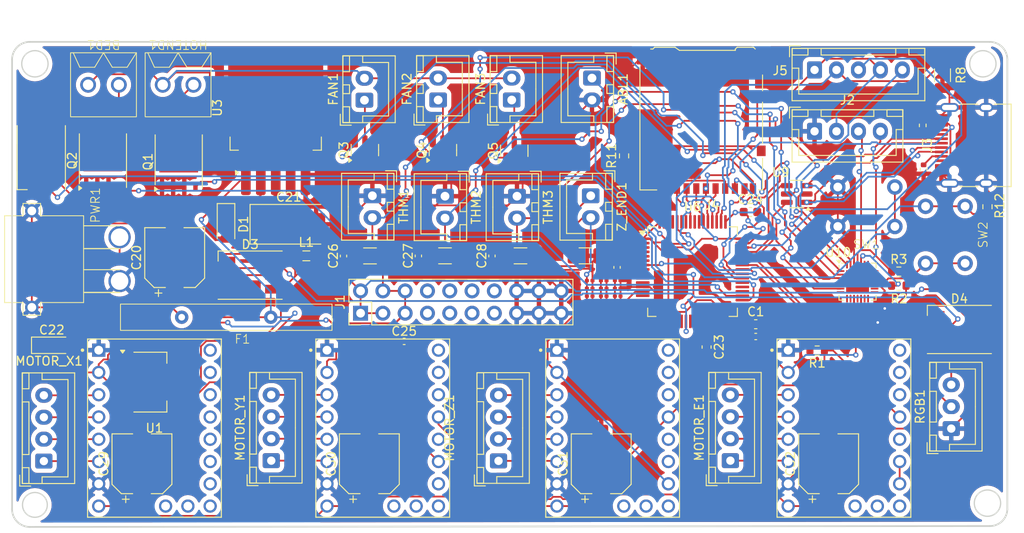
<source format=kicad_pcb>
(kicad_pcb (version 20240108) (generator "pcbnew") (generator_version "8.0")
  (layers (0 "F.Cu" signal) (31 "B.Cu" signal) (34 "B.Paste" user) (35 "F.Paste" user) (36 "B.SilkS" user "B.Silkscreen") (37 "F.SilkS" user "F.Silkscreen") (38 "B.Mask" user) (39 "F.Mask" user) (44 "Edge.Cuts" user))
  (net 0 "")
  (net 1 "ABL")
  (net 2 "GND")
  (net 3 "+24V")
  (net 4 "Net-(BED1-Pin_1)")
  (net 5 "+3V3")
  (net 6 "Net-(U6-NRST)")
  (net 7 "+5V")
  (net 8 "Net-(U6-VCAP_1)")
  (net 9 "Net-(U6-VCAP_2)")
  (net 10 "T0")
  (net 11 "T1")
  (net 12 "T2")
  (net 13 "Net-(D1-K)")
  (net 14 "NEOPIXEL_DIN")
  (net 16 "Net-(D2-DOUT)")
  (net 18 "Net-(D3-DOUT)")
  (net 20 "NEOPIXEL_DOUT")
  (net 21 "Net-(F1-Pad1)")
  (net 22 "Net-(FAN1-Pin_1)")
  (net 23 "Net-(FAN2-Pin_1)")
  (net 24 "Net-(FAN3-Pin_1)")
  (net 25 "Net-(HOTEND1-Pin_1)")
  (net 26 "PC7")
  (net 27 "PA4")
  (net 28 "PB3")
  (net 30 "PA5")
  (net 31 "PA2")
  (net 32 "PA3")
  (net 33 "PC6")
  (net 34 "EXP_SDA")
  (net 35 "EXP_SCL")
  (net 36 "/RAW_D+")
  (net 37 "Net-(J3-CC1)")
  (net 38 "VBUS")
  (net 40 "Net-(J3-CC2)")
  (net 42 "SD_D2")
  (net 43 "SD_D0")
  (net 44 "SD_CONN")
  (net 45 "SD_D1")
  (net 46 "SD_D3")
  (net 47 "SD_CMD")
  (net 48 "SD_CLK")
  (net 49 "Net-(U6-BOOT0)")
  (net 50 "Net-(MOTOR_E1-Pin_1)")
  (net 51 "Net-(MOTOR_E1-Pin_4)")
  (net 52 "Net-(MOTOR_E1-Pin_3)")
  (net 53 "Net-(MOTOR_E1-Pin_2)")
  (net 54 "Net-(MOTOR_X1-Pin_3)")
  (net 55 "Net-(MOTOR_X1-Pin_1)")
  (net 56 "Net-(MOTOR_X1-Pin_2)")
  (net 57 "Net-(MOTOR_X1-Pin_4)")
  (net 58 "Net-(MOTOR_Y1-Pin_4)")
  (net 59 "Net-(MOTOR_Y1-Pin_3)")
  (net 60 "Net-(MOTOR_Y1-Pin_1)")
  (net 61 "Net-(MOTOR_Y1-Pin_2)")
  (net 62 "Net-(MOTOR_Z1-Pin_1)")
  (net 63 "Net-(MOTOR_Z1-Pin_3)")
  (net 64 "Net-(MOTOR_Z1-Pin_2)")
  (net 65 "Net-(MOTOR_Z1-Pin_4)")
  (net 66 "HOTEND")
  (net 67 "BED")
  (net 68 "FAN1")
  (net 69 "FAN2")
  (net 70 "FAN3")
  (net 71 "UART_TX")
  (net 72 "DRIVER_UART")
  (net 75 "Z_END")
  (net 76 "EN_BTN")
  (net 77 "EN_FOR")
  (net 78 "EN_REV")
  (net 79 "INDEX_X1")
  (net 82 "DRIVER_SPRD")
  (net 83 "EN_X1")
  (net 85 "STEP_X1")
  (net 86 "DIAG_X1")
  (net 87 "DIR_X1")
  (net 90 "DIAG_Y1")
  (net 91 "EN_Y1")
  (net 92 "STEP_Y1")
  (net 93 "DIR_Y1")
  (net 95 "INDEX_Y1")
  (net 96 "DIR_Z1")
  (net 97 "EN_Z1")
  (net 100 "INDEX_Z1")
  (net 101 "STEP_Z1")
  (net 103 "DIAG_Z1")
  (net 104 "EN_E1")
  (net 106 "STEP_E1")
  (net 109 "DIAG_E1")
  (net 110 "INDEX_E1")
  (net 111 "DIR_E1")
  (net 118 "USB_D-")
  (net 119 "USB_D+")
  (net 123 "/RAW_D-")
  (footprint "Capacitor_SMD:CP_Elec_6.3x5.8" (layer "F.Cu") (at 217.104 75.71 90)
    (property "Reference" "C32")
    (property "Value" "100uF")
  )
  (footprint "Capacitor_SMD:C_0201_0603Metric" (layer "F.Cu") (at 189.881 58.5)
    (property "Reference" "C7" (hide yes))
    (property "Value" "100nF")
  )
  (footprint "Package_TO_SOT_SMD:SOT-223-3_TabPin2" (layer "F.Cu") (at 139.8 66.4)
    (property "Reference" "U7" (hide yes))
    (property "Value" "AMS1117-3.3")
  )
  (footprint "Capacitor_SMD:C_0201_0603Metric" (layer "F.Cu") (at 193.076 58.501)
    (property "Reference" "C14" (hide yes))
    (property "Value" "100nF")
  )
  (footprint "Resistor_SMD:R_1206_3216Metric" (layer "F.Cu") (at 164.854 52.008)
    (property "Reference" "R4" (hide yes))
    (property "Value" "4.7k")
  )
  (footprint "Inductor_SMD:L_0805_2012Metric" (layer "F.Cu") (at 157.6 52)
    (property "Reference" "L1")
    (property "Value" "100uH")
  )
  (footprint "Resistor_SMD:R_1206_3216Metric" (layer "F.Cu") (at 230.075 31.4 90)
    (property "Reference" "R8")
    (property "Value" "4.7k")
  )
  (footprint "Capacitor_SMD:C_0402_1005Metric" (layer "F.Cu") (at 170.364 52.012 90)
    (property "Reference" "C27")
    (property "Value" "0.1uF")
  )
  (footprint "Resistor_SMD:R_0603_1608Metric" (layer "F.Cu") (at 235.2 46.4 90)
    (property "Reference" "R12")
    (property "Value" "4.7k")
  )
  (footprint "Connector_PinHeader_2.54mm:PinHeader_2x10_P2.54mm_Vertical" (layer "F.Cu") (at 163.78 58.54 90)
    (property "Reference" "J1")
    (property "Value" "Conn_02x10_Odd_Even")
  )
  (footprint "LED_SMD:LED_WS2812_PLCC6_5.0x5.0mm_P1.6mm" (layer "F.Cu") (at 151.2 54.2)
    (property "Reference" "D3")
    (property "Value" "WS2812")
  )
  (footprint "LED_SMD:LED_WS2812_PLCC6_5.0x5.0mm_P1.6mm" (layer "F.Cu") (at 232 60.4)
    (property "Reference" "D4")
    (property "Value" "WS2812")
  )
  (footprint "Capacitor_SMD:C_0603_1608Metric" (layer "F.Cu") (at 208.2 47)
    (property "Reference" "C24")
    (property "Value" "2.2uF")
  )
  (footprint "Connector_Card:microSD_HC_Hirose_DM3AT-SF-PEJM5" (layer "F.Cu") (at 202.6 36.6 180)
    (property "Reference" "J4")
    (property "Value" "Micro_SD_Card_Det2" (hide yes))
  )
  (footprint "Package_TO_SOT_SMD:SOT-23" (layer "F.Cu") (at 181.29 40.018 90)
    (property "Reference" "Q5")
    (property "Value" "AO3400A")
  )
  (footprint "Connector_JST:JST_XH_B2B-XH-A_1x02_P2.50mm_Vertical" (layer "F.Cu") (at 190 45.15 -90)
    (property "Reference" "Z_END1")
    (property "Value" "Conn_01x02_Socket")
  )
  (footprint "Resistor_SMD:R_1206_3216Metric" (layer "F.Cu") (at 182 52)
    (property "Reference" "R7" (hide yes))
    (property "Value" "4.7k")
  )
  (footprint "Capacitor_SMD:C_0201_0603Metric" (layer "F.Cu") (at 189.881 55.714)
    (property "Reference" "C4" (hide yes))
    (property "Value" "100nF")
  )
  (footprint "Capacitor_SMD:CP_Elec_6.3x5.9" (layer "F.Cu") (at 142.6 52.2 90)
    (property "Reference" "C20")
    (property "Value" "100uF")
  )
  (footprint "ad-hoc:Fuse_RUEF900" (layer "F.Cu") (at 148.475 59)
    (property "Reference" "F1")
    (property "Value" "RUEF900")
  )
  (footprint "Connector_JST:JST_XH_B4B-XH-A_1x04_P2.50mm_Vertical" (layer "F.Cu") (at 127.696 75.406 90)
    (property "Reference" "MOTOR_X1")
    (property "Value" "Conn_01x04_Socket")
  )
  (footprint "Resistor_SMD:R_0603_1608Metric" (layer "F.Cu") (at 225.1 55.4 180)
    (property "Reference" "R2")
    (property "Value" "4.7k")
  )
  (footprint "Package_TO_SOT_SMD:TO-263-5_TabPin3" (layer "F.Cu") (at 154.112 35.125 90)
    (property "Reference" "U3")
    (property "Value" "LY1576HVS-5")
  )
  (footprint "Connector_JST:JST_XH_B2B-XH-A_1x02_P2.50mm_Vertical" (layer "F.Cu") (at 164.219 34.25 90)
    (property "Reference" "FAN1")
    (property "Value" "Conn_01x02_Socket")
  )
  (footprint "Capacitor_SMD:C_0201_0603Metric" (layer "F.Cu") (at 191.48 54.825)
    (property "Reference" "C9" (hide yes))
    (property "Value" "100nF")
  )
  (footprint "Capacitor_SMD:C_0201_0603Metric" (layer "F.Cu") (at 193.076 57.546)
    (property "Reference" "C18" (hide yes))
    (property "Value" "100nF")
  )
  (footprint "Package_TO_SOT_SMD:SOT-23-6" (layer "F.Cu") (at 213.475 44.95 180)
    (property "Reference" "U9")
    (property "Value" "USBLC6-2SC6")
  )
  (footprint "Capacitor_SMD:C_0201_0603Metric" (layer "F.Cu") (at 193.071 54.806)
    (property "Reference" "C15" (hide yes))
    (property "Value" "100nF")
  )
  (footprint "Capacitor_Tantalum_SMD:CP_EIA-3216-18_Kemet-A" (layer "F.Cu") (at 128.6 62.2)
    (property "Reference" "C22")
    (property "Value" "22uF")
  )
  (footprint "Connector_JST:JST_XH_B2B-XH-A_1x02_P2.50mm_Vertical" (layer "F.Cu") (at 181.6 45.2 -90)
    (property "Reference" "THM3")
    (property "Value" "Conn_01x02_Socket")
  )
  (footprint "Capacitor_Tantalum_SMD:CP_EIA-7343-43_Kemet-X" (layer "F.Cu") (at 155.6 48.4)
    (property "Reference" "C21")
    (property "Value" "1000uF")
  )
  (footprint "ad-hoc:ScrewTerminal-2pin-MKDS_1_2-3_5" (layer "F.Cu") (at 142.99 32.492 180)
    (property "Reference" "HOTEND1")
    (property "Value" "Conn_01x02_Socket")
  )
  (footprint "Package_TO_SOT_SMD:TDSON-8-1" (layer "F.Cu") (at 143.063 41.264 90)
    (property "Reference" "Q1")
    (property "Value" "FDMS86202")
  )
  (footprint "Resistor_SMD:R_1206_3216Metric" (layer "F.Cu") (at 173.4 52)
    (property "Reference" "R6" (hide yes))
    (property "Value" "4.7k")
  )
  (footprint "Capacitor_SMD:C_0201_0603Metric" (layer "F.Cu") (at 189.881 54.825)
    (property "Reference" "C3" (hide yes))
    (property "Value" "100nF")
  )
  (footprint "Package_TO_SOT_SMD:TDSON-8-1" (layer "F.Cu") (at 134.427 41.145 90)
    (property "Reference" "Q2")
    (property "Value" "FDMS86202")
  )
  (footprint "Resistor_SMD:R_0402_1005Metric" (layer "F.Cu") (at 227.825 37.125 -90)
    (property "Reference" "R10" (hide yes))
    (property "Value" "5.1k")
  )
  (footprint "Package_TO_SOT_SMD:SOT-23" (layer "F.Cu") (at 164.272 39.9395 90)
    (property "Reference" "Q3")
    (property "Value" "AO3400A")
  )
  (footprint "Capacitor_SMD:C_0603_1608Metric" (layer "F.Cu") (at 203.2 62.4 -90)
    (property "Reference" "C23")
    (property "Value" "2.2uF")
  )
  (footprint "Package_QFP:LQFP-64_10x10mm_P0.5mm" (layer "F.Cu") (at 201.6 53.8)
    (property "Reference" "U6")
    (property "Value" "STM32F405RGTx")
  )
  (footprint "Connector_JST:JST_XH_B2B-XH-A_1x02_P2.50mm_Vertical" (layer "F.Cu") (at 190.144 31.73 -90)
    (property "Reference" "ABL1")
    (property "Value" "Conn_01x02_Socket")
  )
  (footprint "Capacitor_SMD:C_0201_0603Metric" (layer "F.Cu") (at 193.071 55.714)
    (property "Reference" "C16" (hide yes))
    (property "Value" "100nF")
  )
  (footprint "Capacitor_SMD:C_0201_0603Metric" (layer "F.Cu") (at 191.48 57.55)
    (property "Reference" "C12" (hide yes))
    (property "Value" "100nF")
  )
  (footprint "ad-hoc:XT30PW-M" (layer "F.Cu") (at 136.325 52.375 90)
    (property "Reference" "PWR1")
    (property "Value" "~")
  )
  (footprint "Capacitor_SMD:C_0402_1005Metric" (layer "F.Cu") (at 178.746 52.012 90)
    (property "Reference" "C28")
    (property "Value" "0.1uF")
  )
  (footprint "Capacitor_SMD:CP_Elec_6.3x5.8" (layer "F.Cu") (at 191.196 75.71 90)
    (property "Reference" "C31")
    (property "Value" "100uF")
  )
  (footprint "Resistor_SMD:R_0603_1608Metric" (layer "F.Cu") (at 225.1 53.8 180)
    (property "Reference" "R3")
    (property "Value" "4.7k")
  )
  (footprint "Capacitor_SMD:C_0201_0603Metric" (layer "F.Cu") (at 189.881 57.55)
    (property "Reference" "C6" (hide yes))
    (property "Value" "100nF")
  )
  (footprint "Diode_SMD:D_SOD-123" (layer "F.Cu") (at 148.45 48.4 -90)
    (property "Reference" "D1")
    (property "Value" "D_Schottky")
  )
  (footprint "Connector_JST:JST_XH_B4B-XH-A_1x04_P2.50mm_Vertical" (layer "F.Cu") (at 179.495 75.381 90)
    (property "Reference" "MOTOR_Z1")
    (property "Value" "Conn_01x04_Socket")
  )
  (footprint "Connector_JST:JST_XH_B5B-XH-A_1x05_P2.50mm_Vertical" (layer "F.Cu") (at 215.5 30.8)
    (property "Reference" "J5")
    (property "Value" "Encoder")
  )
  (footprint "Package_DFN_QFN:QFN-28-1EP_4x4mm_P0.4mm_EP2.6x2.6mm" (layer "F.Cu") (at 220.4 54.9375)
    (property "Reference" "U10")
    (property "Value" "SX1509")
  )
  (footprint "Connector_JST:JST_XH_B4B-XH-A_1x04_P2.50mm_Vertical" (layer "F.Cu") (at 205.911 75.356 90)
    (property "Reference" "MOTOR_E1")
    (property "Value" "Conn_01x04_Socket")
  )
  (footprint "Resistor_SMD:R_0603_1608Metric" (layer "F.Cu") (at 215.8 62.8 180)
    (property "Reference" "R1")
    (property "Value" "1k")
  )
  (footprint "Connector_USB:USB_C_Receptacle_HRO_TYPE-C-31-M-12" (layer "F.Cu") (at 234 39.4 90)
    (property "Reference" "J3")
    (property "Value" "USB_C_Receptacle_USB2.0_16P" (hide yes))
  )
  (footprint "Connector_JST:JST_XH_B2B-XH-A_1x02_P2.50mm_Vertical" (layer "F.Cu") (at 172.618 34.23 90)
    (property "Reference" "FAN2")
    (property "Value" "Conn_01x02_Socket")
  )
  (footprint "ad-hoc:ALPSALPINE_TopPush_Button" (layer "F.Cu") (at 221.4 46.4)
    (property "Reference" "SW1")
    (property "Value" "~")
  )
  (footprint "Connector_JST:JST_XH_B4B-XH-A_1x04_P2.50mm_Vertical" (layer "F.Cu") (at 153.604 75.356 90)
    (property "Reference" "MOTOR_Y1")
    (property "Value" "Conn_01x04_Socket")
  )
  (footprint "TMC2209-SilentStepStick:MODULE_TMC2209_SILENTSTEPSTICK" (layer "F.Cu") (at 140.296 71.646)
    (property "Reference" "U1")
    (property "Value" "TMC2209_SilentStepStick")
  )
  (footprint "Capacitor_SMD:C_0402_1005Metric" (layer "F.Cu") (at 168.745 61.755)
    (property "Reference" "C25")
    (property "Value" "1uF")
  )
  (footprint "Capacitor_SMD:C_0201_0603Metric" (layer "F.Cu") (at 191.48 58.5)
    (property "Reference" "C13" (hide yes))
    (property "Value" "100nF")
  )
  (footprint "Package_TO_SOT_SMD:SOT-23" (layer "F.Cu") (at 173.162 39.9395 90)
    (property "Reference" "Q4")
    (property "Value" "AO3400A")
  )
  (footprint "Connector_JST:JST_XH_B2B-XH-A_1x02_P2.50mm_Vertical" (layer "F.Cu") (at 181 34.23 90)
    (property "Reference" "FAN3")
    (property "Value" "Conn_01x02_Socket")
  )
  (footprint "Capacitor_SMD:C_0201_0603Metric" (layer "F.Cu") (at 193.071 56.6)
    (property "Reference" "C17" (hide yes))
    (property "Value" "100nF")
  )
  (footprint "Capacitor_SMD:CP_Elec_6.3x5.8" (layer "F.Cu") (at 138.872 75.71 90)
    (property "Reference" "C29")
    (property "Value" "100uF")
  )
  (footprint "Capacitor_SMD:CP_Elec_6.3x5.8" (layer "F.Cu") (at 164.78 75.71 90)
    (property "Reference" "C30")
    (property "Value" "100uF")
  )
  (footprint "ad-hoc:ALPSALPINE_TopPush_Button" (layer "F.Cu") (at 230.4 49.6 90)
    (property "Reference" "SW2")
    (property "Value" "~")
  )
  (footprint "Capacitor_SMD:C_0402_1005Metric" (layer "F.Cu") (at 193 53.314 -90)
    (property "Reference" "C19" (hide yes))
    (property "Value" "0.1uF")
  )
  (footprint "Capacitor_SMD:C_0402_1005Metric" (layer "F.Cu") (at 208.8 61.2)
    (property "Reference" "C2" (hide yes))
    (property "Value" "1uF")
  )
  (footprint "Connector_JST:JST_XH_B3B-XH-A_1x03_P2.50mm_Vertical" (layer "F.Cu") (at 231.075 71.7 90)
    (property "Reference" "RGB1")
    (property "Value" "Conn_01x03_Socket")
  )
  (footprint "Capacitor_SMD:C_0201_0603Metric" (layer "F.Cu") (at 191.476 53.931)
    (property "Reference" "C8" (hide yes))
    (property "Value" "100nF")
  )
  (footprint "Capacitor_SMD:C_0201_0603Metric" (layer "F.Cu") (at 191.48 55.714)
    (property "Reference" "C10" (hide yes))
    (property "Value" "100nF")
  )
  (footprint "TMC2209-SilentStepStick:MODULE_TMC2209_SILENTSTEPSTICK" (layer "F.Cu") (at 192.496 71.646)
    (property "Reference" "U4" (hide yes))
    (property "Value" "TMC2209_SilentStepStick")
  )
  (footprint "Capacitor_SMD:C_0402_1005Metric" (layer "F.Cu") (at 161.836 52.02 90)
    (property "Reference" "C26")
    (property "Value" "0.1uF")
  )
  (footprint "Connector_JST:JST_XH_B4B-XH-A_1x04_P2.50mm_Vertical" (layer "F.Cu") (at 215.5 37.8)
    (property "Reference" "J2")
    (property "Value" "SSD1306")
  )
  (footprint "Resistor_SMD:R_0603_1608Metric" (layer "F.Cu") (at 193.8 40.6 90)
    (property "Reference" "R11")
    (property "Value" "4.7k")
  )
  (footprint "Capacitor_SMD:C_0603_1608Metric" (layer "F.Cu") (at 208.8 59.8)
    (property "Reference" "C1")
    (property "Value" "4.7uF")
  )
  (footprint "Resistor_SMD:R_0402_1005Metric" (layer "F.Cu") (at 227.925 42.135 90)
    (property "Reference" "R9" (hide yes))
    (property "Value" "5.1k")
  )
  (footprint "LED_SMD:LED_WS2812_PLCC6_5.0x5.0mm_P1.6mm" (layer "F.Cu") (at 127.4 40.8 90)
    (property "Reference" "D2" (hide yes))
    (property "Value" "WS2812")
  )
  (footprint "Connector_JST:JST_XH_B2B-XH-A_1x02_P2.50mm_Vertical" (layer "F.Cu") (at 165.125 45.15 -90)
    (property "Reference" "THM1")
    (property "Value" "Conn_01x02_Socket")
  )
  (footprint "Resistor_SMD:R_1206_3216Metric" (layer "F.Cu") (at 189.4 52)
    (property "Reference" "R5" (hide yes))
    (property "Value" "4.7k")
  )
  (footprint "ad-hoc:ScrewTerminal-2pin-MKDS_1_2-3_5" (layer "F.Cu") (at 134.49 32.492 180)
    (property "Reference" "BED1")
    (property "Value" "Conn_01x02_Socket")
  )
  (footprint "TMC2209-SilentStepStick:MODULE_TMC2209_SILENTSTEPSTICK" (layer "F.Cu") (at 218.846 71.646)
    (property "Reference" "U5" (hide yes))
    (property "Value" "TMC2209_SilentStepStick")
  )
  (footprint "Capacitor_SMD:C_0201_0603Metric" (layer "F.Cu") (at 191.48 56.6)
    (property "Reference" "C11" (hide yes))
    (property "Value" "100nF")
  )
  (footprint "Capacitor_SMD:C_0201_0603Metric" (layer "F.Cu") (at 189.881 56.6)
    (property "Reference" "C5" (hide yes))
    (property "Value" "100nF")
  )
  (footprint "Connector_JST:JST_XH_B2B-XH-A_1x02_P2.50mm_Vertical" (layer "F.Cu") (at 173.4 45.2 -90)
    (property "Reference" "THM2")
    (property "Value" "Conn_01x02_Socket")
  )
  (footprint "TMC2209-SilentStepStick:MODULE_TMC2209_SILENTSTEPSTICK" (layer "F.Cu") (at 166.304 71.646)
    (property "Reference" "U2" (hide yes))
    (property "Value" "TMC2209_SilentStepStick")
  )
  (gr_line (start 235.453694 82.812562) (end 126.090213 82.914213) (stroke (width 0.2)) (layer "Edge.Cuts"))
  (gr_line (start 235.451736 27.600002) (end 126.090214 27.6) (stroke (width 0.2)) (layer "Edge.Cuts"))
  (gr_arc (start 235.451736 27.600002) (mid 236.876006 28.189959) (end 237.465949 29.614215) (stroke (width 0.2)) (layer "Edge.Cuts"))
  (gr_circle (center 234.676 30.1) (end 236.176 30.1) (stroke (width 0.15)) (fill none) (layer "Edge.Cuts"))
  (gr_arc (start 126.090213 82.914213) (mid 124.665941 82.324268) (end 124.076 80.9) (stroke (width 0.2)) (layer "Edge.Cuts"))
  (gr_circle (center 126.676 30.1) (end 128.176 30.1) (stroke (width 0.15)) (fill none) (layer "Edge.Cuts"))
  (gr_circle (center 126.676 80.4) (end 127.676 81.4) (stroke (width 0.15)) (fill none) (layer "Edge.Cuts"))
  (gr_line (start 124.076 29.614214) (end 124.076 80.9) (stroke (width 0.2)) (layer "Edge.Cuts"))
  (gr_circle (center 235.2 80.2) (end 236.7 80.2) (stroke (width 0.15)) (fill none) (layer "Edge.Cuts"))
  (gr_arc (start 124.076 29.614214) (mid 124.665946 28.189946) (end 126.090214 27.6) (stroke (width 0.2)) (layer "Edge.Cuts"))
  (gr_arc (start 237.465948 80.900001) (mid 236.852511 82.26944) (end 235.453694 82.812562) (stroke (width 0.2)) (layer "Edge.Cuts"))
  (gr_line (start 237.465949 29.614215) (end 237.465948 80.900001) (stroke (width 0.2)) (layer "Edge.Cuts"))
  (segment (start 197.87538 49.46) (end 199.04538 50.63) (width 0.2) (layer "F.Cu") (net 1))
  (segment (start 199.04538 50.63) (end 201.167301 50.63) (width 0.2) (layer "F.Cu") (net 1))
  (segment (start 201.117409 46.881717) (end 201.35 47.114308) (width 0.2) (layer "F.Cu") (net 1))
  (segment (start 201.35 47.114308) (end 201.35 48.125) (width 0.2) (layer "F.Cu") (net 1))
  (via (at 197.87538 49.46) (size 0.6) (drill 0.3) (layers "F.Cu" "B.Cu") (net 1))
  (via (at 201.167301 50.63) (size 0.6) (drill 0.3) (layers "F.Cu" "B.Cu") (net 1))
  (via (at 201.117409 46.881717) (size 0.6) (drill 0.3) (layers "F.Cu" "B.Cu") (net 1))
  (segment (start 191.444 35.190314) (end 190.55 36.084314) (width 0.2) (layer "B.Cu") (net 1))
  (segment (start 190.144 31.73) (end 191.444 33.03) (width 0.2) (layer "B.Cu") (net 1))
  (segment (start 200.53 49.879239) (end 200.53 49.992699) (width 0.2) (layer "B.Cu") (net 1))
  (segment (start 201.117409 46.881717) (end 200.53 47.469126) (width 0.2) (layer "B.Cu") (net 1))
  (segment (start 190.55 36.084314) (end 190.55 42.13462) (width 0.2) (layer "B.Cu") (net 1))
  (segment (start 200.53 49.992699) (end 201.167301 50.63) (width 0.2) (layer "B.Cu") (net 1))
  (segment (start 200.53 48.780761) (end 200.25 49.060761) (width 0.2) (layer "B.Cu") (net 1))
  (segment (start 200.25 49.599239) (end 200.53 49.879239) (width 0.2) (layer "B.Cu") (net 1))
  (segment (start 190.55 42.13462) (end 197.87538 49.46) (width 0.2) (layer "B.Cu") (net 1))
  (segment (start 200.53 47.469126) (end 200.53 48.780761) (width 0.2) (layer "B.Cu") (net 1))
  (segment (start 191.444 33.03) (end 191.444 35.190314) (width 0.2) (layer "B.Cu") (net 1))
  (segment (start 200.25 49.060761) (end 200.25 49.599239) (width 0.2) (layer "B.Cu") (net 1))
  (segment (start 157.512 42.775) (end 157.512 36.675) (width 0.2) (layer "F.Cu") (net 2))
  (segment (start 170.364 48.236) (end 170.364 51.532) (width 0.2) (layer "F.Cu") (net 2))
  (segment (start 180.555685 46.244315) (end 181.6 45.2) (width 0.2) (layer "F.Cu") (net 2))
  (segment (start 157.512 42.775) (end 157.512 47.1995) (width 0.2) (layer "F.Cu") (net 2))
  (segment (start 213.944605 46.535157) (end 215.764843 46.535157) (width 0.2) (layer "F.Cu") (net 2))
  (segment (start 184.1 56) (end 184.1 58.54) (width 0.2) (layer "F.Cu") (net 2))
  (segment (start 190.201 53.871761) (end 190.201 54.1) (width 0.2) (layer "F.Cu") (net 2))
  (segment (start 193.8 37.886) (end 190.144 34.23) (width 0.2) (layer "F.Cu") (net 2))
  (segment (start 198.09 45.694241) (end 198.09 45.155763) (width 0.2) (layer "F.Cu") (net 2))
  (segment (start 217.104 73.01) (end 212.496 77.618) (width 0.2) (layer "F.Cu") (net 2))
  (segment (start 230.87 33.6575) (end 230.075 32.8625) (width 0.2) (layer "F.Cu") (net 2))
  (segment (start 193.025 41.837648) (end 193.025 40.55) (width 0.2) (layer "F.Cu") (net 2))
  (segment (start 205.325 44.325) (end 205.325 43.525) (width 0.2) (layer "F.Cu") (net 2))
  (segment (start 200.000748 39.5) (end 208.9 39.5) (width 0.2) (layer "F.Cu") (net 2))
  (segment (start 166.219315 46.244315) (end 180.555685 46.244315) (width 0.2) (layer "F.Cu") (net 2))
  (segment (start 161.797 48.4) (end 161.836 48.439) (width 0.2) (layer "F.Cu") (net 2))
  (segment (start 191.796 53.931) (end 192.863 53.931) (width 0.2) (layer "F.Cu") (net 2))
  (segment (start 220 59) (end 220 56.875) (width 0.2) (layer "F.Cu") (net 2))
  (segment (start 230.87 43.72) (end 235.05 43.72) (width 0.2) (layer "F.Cu") (net 2))
  (segment (start 193.391 54.806) (end 193.391 54.185) (width 0.2) (layer "F.Cu") (net 2))
  (segment (start 173.4 45.2) (end 165.175 45.2) (width 0.2) (layer "F.Cu") (net 2))
  (segment (start 213.65 46.240552) (end 213.944605 46.535157) (width 0.2) (layer "F.Cu") (net 2))
  (segment (start 191.8 58.5) (end 191.8 53.935) (width 0.2) (layer "F.Cu") (net 2))
  (segment (start 198.35 45.954241) (end 198.09 45.694241) (width 0.2) (layer "F.Cu") (net 2))
  (segment (start 195.925 55.55) (end 196.73241 55.55) (width 0.2) (layer "F.Cu") (net 2))
  (segment (start 214.6125 44.95) (end 213.950001 44.95) (width 0.2) (layer "F.Cu") (net 2))
  (segment (start 185.780761 53.6) (end 188.834315 53.6) (width 0.2) (layer "F.Cu") (net 2))
  (segment (start 185.182 40.9555) (end 182.24 40.9555) (width 0.2) (layer "F.Cu") (net 2))
  (segment (start 178.746 51.532) (end 178.746 48.054) (width 0.2) (layer "F.Cu") (net 2))
  (segment (start 126.325 57.875) (end 126.325 46.875) (width 0.2) (layer "F.Cu") (net 2))
  (segment (start 181.56 58.54) (end 181.56 56) (width 0.2) (layer "F.Cu") (net 2))
  (segment (start 158.7125 48.4) (end 161.797 48.4) (width 0.2) (layer "F.Cu") (net 2))
  (segment (start 218.414 71.7) (end 231.075 71.7) (width 0.2) (layer "F.Cu") (net 2))
  (segment (start 235.675 59.775) (end 235.675 67.1) (width 0.2) (layer "F.Cu") (net 2))
  (segment (start 198.09 45.155763) (end 198.35 44.895763) (width 0.2) (layer "F.Cu") (net 2))
  (segment (start 198.35 44.895763) (end 198.35 44.4) (width 0.2) (layer "F.Cu") (net 2))
  (segment (start 191.196 67.806) (end 186.146 62.756) (width 0.2) (layer "F.Cu") (net 2))
  (segment (start 190.8625 52) (end 191.796 52.9335) (width 0.2) (layer "F.Cu") (net 2))
  (segment (start 174.112 40.877) (end 174.112 44.488) (width 0.2) (layer "F.Cu") (net 2))
  (segment (start 178.746 48.054) (end 181.6 45.2) (width 0.2) (layer "F.Cu") (net 2))
  (segment (start 230.075 32.8625) (end 218.882575 32.8625) (width 0.2) (layer "F.Cu") (net 2))
  (segment (start 173.4 45.2) (end 170.364 48.236) (width 0.2) (layer "F.Cu") (net 2))
  (segment (start 190.201 54.825) (end 190.201 54.1) (width 0.2) (layer "F.Cu") (net 2))
  (segment (start 190.201 52.6615) (end 190.8625 52) (width 0.2) (layer "F.Cu") (net 2))
  (segment (start 235.2 45.575) (end 235.2 43.87) (width 0.2) (layer "F.Cu") (net 2))
  (segment (start 186.64 58.54) (end 186.64 56) (width 0.2) (layer "F.Cu") (net 2))
  (segment (start 209.375 29.725) (end 209 30.1) (width 0.2) (layer "F.Cu") (net 2))
  (segment (start 164.78 73.01) (end 159.954 77.836) (width 0.2) (layer "F.Cu") (net 2))
  (segment (start 187.5375 38.6) (end 187.5375 36.8365) (width 0.2) (layer "F.Cu") (net 2))
  (segment (start 213.65 45.250001) (end 213.65 46.240552) (width 0.2) (layer "F.Cu") (net 2))
  (segment (start 222.3375 55.3375) (end 222.87136 55.3375) (width 0.2) (layer "F.Cu") (net 2))
  (segment (start 193.8 39.775) (end 193.8 37.886) (width 0.2) (layer "F.Cu") (net 2))
  (segment (start 190.201 58.5) (end 190.201 54.825) (width 0.2) (layer "F.Cu") (net 2))
  (segment (start 215.9375 54.5375) (end 218.4625 54.5375) (width 0.2) (layer "F.Cu") (net 2))
  (segment (start 227.95 42.635) (end 229.94 42.635) (width 0.2) (layer "F.Cu") (net 2))
  (segment (start 220 50.8) (end 219.8 50.6) (width 0.2) (layer "F.Cu") (net 2))
  (segment (start 193.555 55.55) (end 195.925 55.55) (width 0.2) (layer "F.Cu") (net 2))
  (segment (start 191.196 73.01) (end 186.21 77.996) (width 0.2) (layer "F.Cu") (net 2))
  (segment (start 190.92 34.23) (end 195.925 29.225) (width 0.2) (layer "F.Cu") (net 2))
  (segment (start 215.5 36.245075) (end 215.5 37.8) (width 0.2) (layer "F.Cu") (net 2))
  (segment (start 196.73241 55.55) (end 198.35 57.16759) (width 0.2) (layer "F.Cu") (net 2))
  (segment (start 198.35 48.125) (end 198.35 45.954241) (width 0.2) (layer "F.Cu") (net 2))
  (segment (start 133.325 57.875) (end 136.325 54.875) (width 0.2) (layer "F.Cu") (net 2))
  (segment (start 198.35 57.16759) (end 198.35 59.475) (width 0.2) (layer "F.Cu") (net 2))
  (segment (start 235.05 35.08) (end 235.05 43.72) (width 0.2) (layer "F.Cu") (net 2))
  (segment (start 205.225 43.425) (end 199.175 43.425) (width 0.2) (layer "F.Cu") (net 2))
  (segment (start 165.175 45.2) (end 166.219315 46.244315) (width 0.2) (layer "F.Cu") (net 2))
  (segment (start 217.104 73.01) (end 218.414 71.7) (width 0.2) (layer "F.Cu") (net 2))
  (segment (start 187.5375 38.6) (end 185.182 40.9555) (width 0.2) (layer "F.Cu") (net 2))
  (segment (start 220 50.8) (end 220 53) (width 0.2) (layer "F.Cu") (net 2))
  (segment (start 222.87136 55.3375) (end 223.5 55.96614) (width 0.2) (layer "F.Cu") (net 2))
  (segment (start 234.7 58.8) (end 235.675 59.775) (width 0.2) (layer "F.Cu") (net 2))
  (segment (start 205.325 43.525) (end 205.225 43.425) (width 0.2) (layer "F.Cu") (net 2))
  (segment (start 213.950001 44.95) (end 213.65 45.250001) (width 0.2) (layer "F.Cu") (net 2))
  (segment (start 161.836 48.439) (end 165.125 45.15) (width 0.2) (layer "F.Cu") (net 2))
  (segment (start 186.64 58.54) (end 181.56 58.54) (width 0.2) (layer "F.Cu") (net 2))
  (segment (start 218.15 48.65) (end 218.15 44.15) (width 0.2) (layer "F.Cu") (net 2))
  (segment (start 191.796 52.9335) (end 191.796 53.931) (width 0.2) (layer "F.Cu") (net 2))
  (segment (start 199.175 43.425) (end 198.275 44.325) (width 0.2) (layer "F.Cu") (net 2))
  (segment (start 126.325 57.875) (end 133.325 57.875) (width 0.2) (layer "F.Cu") (net 2))
  (segment (start 188.964315 53.47) (end 189.799239 53.47) (width 0.2) (layer "F.Cu") (net 2))
  (segment (start 188.834315 53.6) (end 188.964315 53.47) (width 0.2) (layer "F.Cu") (net 2))
  (segment (start 230.87 43.565) (end 229.955 42.65) (width 0.2) (layer "F.Cu") (net 2))
  (segment (start 193.025 40.55) (end 193.8 39.775) (width 0.2) (layer "F.Cu") (net 2))
  (segment (start 191.196 73.01) (end 191.196 67.806) (width 0.2) (layer "F.Cu") (net 2))
  (segment (start 198.35 47.31759) (end 198.08241 47.05) (width 0.2) (layer "F.Cu") (net 2))
  (segment (start 196.68241 55.6) (end 195.975 55.6) (width 0.2) (layer "F.Cu") (net 2))
  (segment (start 185.45 54.81) (end 185.45 53.930761) (width 0.2) (layer "F.Cu") (net 2))
  (segment (start 181.56 56) (end 186.64 56) (width 0.2) (layer "F.Cu") (net 2))
  (segment (start 228.16 36.15) (end 229.955 36.15) (width 0.2) (layer "F.Cu") (net 2))
  (segment (start 218.882575 32.8625) (end 215.5 36.245075) (width 0.2) (layer "F.Cu") (net 2))
  (segment (start 195.8125 47.05) (end 190.8625 52) (width 0.2) (layer "F.Cu") (net 2))
  (segment (start 227.8 36.51) (end 228.16 36.15) (width 0.2) (layer "F.Cu") (net 2))
  (segment (start 189.799239 53.47) (end 190.201 53.871761) (width 0.2) (layer "F.Cu") (net 2))
  (segment (start 223.5 55.96614) (end 223.5 58) (width 0.2) (layer "F.Cu") (net 2))
  (segment (start 185.45 53.930761) (end 185.780761 53.6) (width 0.2) (layer "F.Cu") (net 2))
  (segment (start 215.764843 46.535157) (end 218.15 44.15) (width 0.2) (layer "F.Cu") (net 2))
  (segment (start 198.08241 47.05) (end 195.8125 47.05) (width 0.2) (layer "F.Cu") (net 2))
  (segment (start 193.391 54.185) (end 193 53.794) (width 0.2) (layer "F.Cu") (net 2))
  (segment (start 215.9 54.5) (end 215.9375 54.5375) (width 0.2) (layer "F.Cu") (net 2))
  (segment (start 138.872 73.01) (end 133.946 77.936) (width 0.2) (layer "F.Cu") (net 2))
  (segment (start 161.836 51.54) (end 161.836 48.439) (width 0.2) (layer "F.Cu") (net 2))
  (segment (start 198.275 44.325) (end 195.512352 44.325) (width 0.2) (layer "F.Cu") (net 2))
  (segment (start 208.9 39.5) (end 209.425 40.025) (width 0.2) (layer "F.Cu") (net 2))
  (segment (start 157.512 47.1995) (end 158.7125 48.4) (width 0.2) (layer "F.Cu") (net 2))
  (segment (start 190.201 54.1) (end 190.201 52.6615) (width 0.2) (layer "F.Cu") (net 2))
  (segment (start 154.112 42.775) (end 154.112 33.625) (width 0.2) (layer "F.Cu") (net 2))
  (segment (start 187.5375 36.8365) (end 190.144 34.23) (width 0.2) (layer "F.Cu") (net 2))
  (segment (start 193.396 58.501) (end 193.396 54.811) (width 0.2) (layer "F.Cu") (net 2))
  (segment (start 230.87 35.08) (end 230.87 33.6575) (width 0.2) (layer "F.Cu") (net 2))
  (segment (start 199.900748 39.6) (end 200.000748 39.5) (width 0.2) (layer "F.Cu") (net 2))
  (segment (start 165.222 40.877) (end 165.222 45.053) (width 0.2) (layer "F.Cu") (net 2))
  (segment (start 193.391 55.714) (end 193.555 55.55) (width 0.2) (layer "F.Cu") (net 2))
  (segment (start 229.955 35.995) (end 230.87 35.08) (width 0.2) (layer "F.Cu") (net 2))
  (segment (start 198.35 48.125) (end 198.35 47.31759) (width 0.2) (layer "F.Cu") (net 2))
  (segment (start 235.675 67.1) (end 231.075 71.7) (width 0.2) (layer "F.Cu") (net 2))
  (segment (start 195.512352 44.325) (end 193.025 41.837648) (width 0.2) (layer "F.Cu") (net 2))
  (segment (start 182.24 40.9555) (end 182.24 44.56) (width 0.2) (layer "F.Cu") (net 2))
  (segment (start 186.64 56) (end 185.45 54.81) (width 0.2) (layer "F.Cu") (net 2))
  (via (at 223.5 58) (size 0.6) (drill 0.3) (layers "F.Cu" "B.Cu") (net 2))
  (via (at 222.7 59.6) (size 0.6) (drill 0.3) (layers "F.Cu" "B.Cu") (net 2))
  (segment (start 223.5 58.8) (end 222.7 59.6) (width 0.2) (layer "B.Cu") (net 2))
  (segment (start 223.5 58) (end 223.5 58.8) (width 0.2) (layer "B.Cu") (net 2))
  (segment (start 142.7 31.1) (end 141.308 32.492) (width 0.2) (layer "F.Cu") (net 3))
  (segment (start 136.746 80.536) (end 133.946 80.536) (width 0.2) (layer "F.Cu") (net 3))
  (segment (start 164.78 78.41) (end 165.82 79.45) (width 0.2) (layer "F.Cu") (net 3))
  (segment (start 211.17 79.21) (end 212.496 80.536) (width 0.2) (layer "F.Cu") (net 3))
  (segment (start 140.04 31.292) (end 133.94 31.292) (width 0.2) (layer "F.Cu") (net 3))
  (segment (start 148.42 66.42) (end 156.3 58.54) (width 0.2) (layer "F.Cu") (net 3))
  (segment (start 214.978 80.536) (end 212.496 80.536) (width 0.2) (layer "F.Cu") (net 3))
  (segment (start 162.654 80.536) (end 159.954 80.536) (width 0.2) (layer "F.Cu") (net 3))
  (segment (start 138.872 78.41) (end 136.746 80.536) (width 0.2) (layer "F.Cu") (net 3))
  (segment (start 158.84 81.65) (end 159.954 80.536) (width 0.2) (layer "F.Cu") (net 3))
  (segment (start 146.6 59) (end 142.6 55) (width 0.2) (layer "F.Cu") (net 3))
  (segment (start 146.6 31.1) (end 142.7 31.1) (width 0.2) (layer "F.Cu") (net 3))
  (segment (start 191.196 78.41) (end 189.07 80.536) (width 0.2) (layer "F.Cu") (net 3))
  (segment (start 146.6 38.663) (end 150.712 42.775) (width 0.2) (layer "F.Cu") (net 3))
  (segment (start 133.94 31.292) (end 132.74 32.492) (width 0.2) (layer "F.Cu") (net 3))
  (segment (start 146.6 31.1) (end 146.6 38.663) (width 0.2) (layer "F.Cu") (net 3))
  (segment (start 191.196 78.41) (end 191.996 79.21) (width 0.2) (layer "F.Cu") (net 3))
  (segment (start 145.65 47.837) (end 145.65 47.875) (width 0.2) (layer "F.Cu") (net 3))
  (segment (start 150.712 42.775) (end 145.65 47.837) (width 0.2) (layer "F.Cu") (net 3))
  (segment (start 140.362 81.65) (end 158.84 81.65) (width 0.2) (layer "F.Cu") (net 3))
  (segment (start 217.104 78.41) (end 214.978 80.536) (width 0.2) (layer "F.Cu") (net 3))
  (segment (start 139.972 73.019418) (end 146.571418 66.42) (width 0.2) (layer "F.Cu") (net 3))
  (segment (start 138.872 78.41) (end 139.972 77.31) (width 0.2) (layer "F.Cu") (net 3))
  (segment (start 164.78 78.41) (end 162.654 80.536) (width 0.2) (layer "F.Cu") (net 3))
  (segment (start 180.324314 79.45) (end 181.410314 80.536) (width 0.2) (layer "F.Cu") (net 3))
  (segment (start 146.571418 66.42) (end 148.42 66.42) (width 0.2) (layer "F.Cu") (net 3))
  (segment (start 189.07 80.536) (end 186.146 80.536) (width 0.2) (layer "F.Cu") (net 3))
  (segment (start 141.24 32.492) (end 140.04 31.292) (width 0.2) (layer "F.Cu") (net 3))
  (segment (start 153.55 59) (end 146.6 59) (width 0.2) (layer "F.Cu") (net 3))
  (segment (start 191.996 79.21) (end 211.17 79.21) (width 0.2) (layer "F.Cu") (net 3))
  (segment (start 164.219 31.75) (end 180.98 31.75) (width 0.2) (layer "F.Cu") (net 3))
  (segment (start 165.82 79.45) (end 180.324314 79.45) (width 0.2) (layer "F.Cu") (net 3))
  (segment (start 181.410314 80.536) (end 186.146 80.536) (width 0.2) (layer "F.Cu") (net 3))
  (segment (start 139.972 77.31) (end 139.972 73.019418) (width 0.2) (layer "F.Cu") (net 3))
  (segment (start 138.872 78.41) (end 138.872 80.16) (width 0.2) (layer "F.Cu") (net 3))
  (segment (start 138.872 80.16) (end 140.362 81.65) (width 0.2) (layer "F.Cu") (net 3))
  (via (at 145.65 47.875) (size 0.6) (drill 0.3) (layers "F.Cu" "B.Cu") (net 3))
  (via (at 156.3 58.54) (size 0.6) (drill 0.3) (layers "F.Cu" "B.Cu") (net 3))
  (segment (start 163.369 30.9) (end 142.832 30.9) (width 0.2) (layer "B.Cu") (net 3))
  (segment (start 153.55 56.1) (end 153.55 59) (width 0.2) (layer "B.Cu") (net 3))
  (segment (start 155.84 59) (end 153.55 59) (width 0.2) (layer "B.Cu") (net 3))
  (segment (start 156.3 58.54) (end 155.84 59) (width 0.2) (layer "B.Cu") (net 3))
  (segment (start 145.65 48.2) (end 153.55 56.1) (width 0.2) (layer "B.Cu") (net 3))
  (segment (start 145.65 47.875) (end 145.65 48.2) (width 0.2) (layer "B.Cu") (net 3))
  (segment (start 164.219 31.75) (end 163.369 30.9) (width 0.2) (layer "B.Cu") (net 3))
  (segment (start 142.832 30.9) (end 141.24 32.492) (width 0.2) (layer "B.Cu") (net 3))
  (segment (start 136.24 32.492) (end 136.24 38.282) (width 0.2) (layer "F.Cu") (net 4))
  (segment (start 160.18 59.33) (end 160.54 59.69) (width 0.2) (layer "F.Cu") (net 5))
  (segment (start 222.04114 58.65) (end 223.769239 58.65) (width 0.2) (layer "F.Cu") (net 5))
  (segment (start 182.2875 53.175) (end 183.4625 52) (width 0.2) (layer "F.Cu") (net 5))
  (segment (start 168.86 58.54) (end 167.73 59.67) (width 0.2) (layer "F.Cu") (net 5))
  (segment (start 188.34 48.41) (end 189.1 47.65) (width 0.2) (layer "F.Cu") (net 5))
  (segment (start 184.6375 53.175) (end 188.615 53.175) (width 0.2) (layer "F.Cu") (net 5))
  (segment (start 176.0375 53.175) (end 182.2875 53.175) (width 0.2) (layer "F.Cu") (net 5))
  (segment (start 228.15 52.85) (end 232.65 52.85) (width 0.2) (layer "F.Cu") (net 5))
  (segment (start 133.946 65.296) (end 130.346 65.296) (width 0.2) (layer "F.Cu") (net 5))
  (segment (start 189.561 58.5) (end 189.561 58.658456) (width 0.2) (layer "F.Cu") (net 5))
  (segment (start 208.025 59.8) (end 205.36 59.8) (width 0.2) (layer "F.Cu") (net 5))
  (segment (start 191.501544 59) (end 191.16 58.658456) (width 0.2) (layer "F.Cu") (net 5))
  (segment (start 133.946 65.296) (end 133.946 64.364) (width 0.2) (layer "F.Cu") (net 5))
  (segment (start 134.5 63.81) (end 135 63.81) (width 0.2) (layer "F.Cu") (net 5))
  (segment (start 216.775 29.525) (end 221.725 29.525) (width 0.2) (layer "F.Cu") (net 5))
  (segment (start 208.025 60.905) (end 208.32 61.2) (width 0.2) (layer "F.Cu") (net 5))
  (segment (start 188.81 52.98) (end 188.81 50.09) (width 0.2) (layer "F.Cu") (net 5))
  (segment (start 142.95 64.395732) (end 147.735732 59.61) (width 0.2) (layer "F.Cu") (net 5))
  (segment (start 189.561 54.825) (end 189.561 54.151) (width 0.2) (layer "F.Cu") (net 5))
  (segment (start 222.04114 58.65) (end 220.2 60.49114) (width 0.2) (layer "F.Cu") (net 5))
  (segment (start 188.81 50.09) (end 188.34 49.62) (width 0.2) (layer "F.Cu") (net 5))
  (segment (start 191.16 58.658456) (end 191.16 58.5) (width 0.2) (layer "F.Cu") (net 5))
  (segment (start 209.425 33.825) (end 209.425 33.875) (width 0.2) (layer "F.Cu") (net 5))
  (segment (start 208.32 61.2) (end 212.416 65.296) (width 0.2) (layer "F.Cu") (net 5))
  (segment (start 198.319694 50.47) (end 197.15241 50.47) (width 0.2) (layer "F.Cu") (net 5))
  (segment (start 198.85 60.28241) (end 198.23241 60.9) (width 0.2) (layer "F.Cu") (net 5))
  (segment (start 225.925 53.8) (end 225.925 54.5) (width 0.2) (layer "F.Cu") (net 5))
  (segment (start 195.475 60.9) (end 194.125 59.55) (width 0.2) (layer "F.Cu") (net 5))
  (segment (start 173.6875 53.175) (end 174.8625 52) (width 0.2) (layer "F.Cu") (net 5))
  (segment (start 189.561 58.658456) (end 189.902544 59) (width 0.2) (layer "F.Cu") (net 5))
  (segment (start 195.11759 56.05) (end 195.925 56.05) (width 0.2) (layer "F.Cu") (net 5))
  (segment (start 166.32 56) (end 168.86 56) (width 0.2) (layer "F.Cu") (net 5))
  (segment (start 160.54 59.69) (end 167.71 59.69) (width 0.2) (layer "F.Cu") (net 5))
  (segment (start 167.4835 53.175) (end 173.6875 53.175) (width 0.2) (layer "F.Cu") (net 5))
  (segment (start 225.196 77.996) (end 225.196 75.456) (width 0.2) (layer "F.Cu") (net 5))
  (segment (start 200.648062 51.03) (end 198.879694 51.03) (width 0.2) (layer "F.Cu") (net 5))
  (segment (start 202.66654 50.05) (end 201.43654 51.28) (width 0.2) (layer "F.Cu") (net 5))
  (segment (start 228.15 52.85) (end 227.2 53.8) (width 0.2) (layer "F.Cu") (net 5))
  (segment (start 203.125 45.125) (end 202.624536 45.625464) (width 0.2) (layer "F.Cu") (net 5))
  (segment (start 198.85 59.475) (end 198.85 60.28241) (width 0.2) (layer "F.Cu") (net 5))
  (segment (start 192.257 59) (end 191.501544 59) (width 0.2) (layer "F.Cu") (net 5))
  (segment (start 188.615 53.175) (end 188.81 52.98) (width 0.2) (layer "F.Cu") (net 5))
  (segment (start 201.43654 51.28) (end 200.898062 51.28) (width 0.2) (layer "F.Cu") (net 5))
  (segment (start 135.05 66.4) (end 133.946 65.296) (width 0.2) (layer "F.Cu") (net 5))
  (segment (start 205.35 58.66759) (end 203.73241 57.05) (width 0.2) (layer "F.Cu") (net 5))
  (segment (start 205.7 42.8) (end 203.3 42.8) (width 0.2) (layer "F.Cu") (net 5))
  (segment (start 138.42 61.87) (end 142.95 66.4) (width 0.2) (layer "F.Cu") (net 5))
  (segment (start 194.125 59.55) (end 194.125 57.04259) (width 0.2) (layer "F.Cu") (net 5))
  (segment (start 197.15241 50.47) (end 196.73241 50.05) (width 0.2) (layer "F.Cu") (net 5))
  (segment (start 160.18 63.81) (end 161.008 63.81) (width 0.2) (layer "F.Cu") (net 5))
  (segment (start 161.008 62.982) (end 161.92 62.07) (width 0.2) (layer "F.Cu") (net 5))
  (segment (start 215.5 30.8) (end 216.775 29.525) (width 0.2) (layer "F.Cu") (net 5))
  (segment (start 172.654 75.456) (end 168.265 71.067) (width 0.2) (layer "F.Cu") (net 5))
  (segment (start 203.73241 57.05) (end 202.130761 57.05) (width 0.2) (layer "F.Cu") (net 5))
  (segment (start 220.8 56.875) (end 220.8 57.40886) (width 0.2) (layer "F.Cu") (net 5))
  (segment (start 183.4625 52) (end 184.6375 53.175) (width 0.2) (layer "F.Cu") (net 5))
  (segment (start 174.8625 52) (end 176.0375 53.175) (width 0.2) (layer "F.Cu") (net 5))
  (segment (start 225.85 54.575) (end 225.925 54.5) (width 0.2) (layer "F.Cu") (net 5))
  (segment (start 185.092 61.738) (end 188.15043 58.67957) (width 0.2) (layer "F.Cu") (net 5))
  (segment (start 185.092 64.242) (end 185.092 61.738) (width 0.2) (layer "F.Cu") (net 5))
  (segment (start 195.925 50.05) (end 196.73241 50.05) (width 0.2) (layer "F.Cu") (net 5))
  (segment (start 130.346 65.296) (end 127.25 62.2) (width 0.2) (layer "F.Cu") (net 5))
  (segment (start 225.925 54.5) (end 225.925 55.4) (width 0.2) (layer "F.Cu") (net 5))
  (segment (start 221.725 29.525) (end 223 30.8) (width 0.2) (layer "F.Cu") (net 5))
  (segment (start 147.735732 59.61) (end 148.65 59.61) (width 0.2) (layer "F.Cu") (net 5))
  (segment (start 199.123671 58.393919) (end 198.85 58.66759) (width 0.2) (layer "F.Cu") (net 5))
  (segment (start 142.95 66.4) (end 142.95 64.395732) (width 0.2) (layer "F.Cu") (net 5))
  (segment (start 135 63.31) (end 136.44 61.87) (width 0.2) (layer "F.Cu") (net 5))
  (segment (start 192.751 55.076) (end 192.756 55.081) (width 0.2) (layer "F.Cu") (net 5))
  (segment (start 165.107428 61.675) (end 167.395 61.675) (width 0.2) (layer "F.Cu") (net 5))
  (segment (start 208.975 34.325) (end 208.975 38.225) (width 0.2) (layer "F.Cu") (net 5))
  (segment (start 186.146 65.296) (end 185.092 64.242) (width 0.2) (layer "F.Cu") (net 5))
  (segment (start 207.275 50.05) (end 202.66654 50.05) (width 0.2) (layer "F.Cu") (net 5))
  (segment (start 223.769239 58.65) (end 225.925 56.494239) (width 0.2) (layer "F.Cu") (net 5))
  (segment (start 205.35 59.475) (end 205.35 58.66759) (width 0.2) (layer "F.Cu") (net 5))
  (segment (start 191.156 53.931) (end 191.156 58.496) (width 0.2) (layer "F.Cu") (net 5))
  (segment (start 159.84 59.33) (end 160.18 59.33) (width 0.2) (layer "F.Cu") (net 5))
  (segment (start 167.395 61.675) (end 167.475 61.755) (width 0.2) (layer "F.Cu") (net 5))
  (segment (start 209.425 33.875) (end 208.975 34.325) (width 0.2) (layer "F.Cu") (net 5))
  (segment (start 167.475 61.755) (end 168.265 61.755) (width 0.2) (layer "F.Cu") (net 5))
  (segment (start 227.2 53.8) (end 225.925 53.8) (width 0.2) (layer "F.Cu") (net 5))
  (segment (start 223.549852 54.9375) (end 223.912352 54.575) (width 0.2) (layer "F.Cu") (net 5))
  (segment (start 209.425 33.825) (end 212.475 33.825) (width 0.2) (layer "F.Cu") (net 5))
  (segment (start 198.879694 51.03) (end 198.319694 50.47) (width 0.2) (layer "F.Cu") (net 5))
  (segment (start 198.85 52.16759) (end 198.85 59.475) (width 0.2) (layer "F.Cu") (net 5))
  (segment (start 225.925 56.494239) (end 225.925 55.4) (width 0.2) (layer "F.Cu") (net 5))
  (segment (start 136.65 66.4) (end 135.05 66.4) (width 0.2) (layer "F.Cu") (net 5))
  (segment (start 220.8 57.40886) (end 222.04114 58.65) (width 0.2) (layer "F.Cu") (net 5))
  (segment (start 192.756 58.501) (end 192.257 59) (width 0.2) (layer "F.Cu") (net 5))
  (segment (start 159.954 65.296) (end 159.954 64.036) (width 0.2) (layer "F.Cu") (net 5))
  (segment (start 133.946 64.364) (end 134.5 63.81) (width 0.2) (layer "F.Cu") (net 5))
  (segment (start 222.3375 54.9375) (end 223.549852 54.9375) (width 0.2) (layer "F.Cu") (net 5))
  (segment (start 220.2 60.49114) (end 220.2 63.3) (width 0.2) (layer "F.Cu") (net 5))
  (segment (start 189.561 54.825) (end 189.561 58.5) (width 0.2) (layer "F.Cu") (net 5))
  (segment (start 189.902544 59) (end 190.66 59) (width 0.2) (layer "F.Cu") (net 5))
  (segment (start 198.23241 60.9) (end 195.475 60.9) (width 0.2) (layer "F.Cu") (net 5))
  (segment (start 164.712428 62.07) (end 165.107428 61.675) (width 0.2) (layer "F.Cu") (net 5))
  (segment (start 200.898062 51.28) (end 200.648062 51.03) (width 0.2) (layer "F.Cu") (net 5))
  (segment (start 192.756 55.081) (end 192.756 58.501) (width 0.2) (layer "F.Cu") (net 5))
  (segment (start 223.912352 54.575) (end 225.85 54.575) (width 0.2) (layer "F.Cu") (net 5))
  (segment (start 202.130761 57.05) (end 200.786842 58.393919) (width 0.2) (layer "F.Cu") (net 5))
  (segment (start 202.624536 45.625464) (end 202.624536 46.28464) (width 0.2) (layer "F.Cu") (net 5))
  (segment (start 166.32 56) (end 166.32 52.0115) (width 0.2) (layer "F.Cu") (net 5))
  (segment (start 212.475 33.825) (end 215.5 30.8) (width 0.2) (layer "F.Cu") (net 5))
  (segment (start 167.73 59.67) (end 167.73 61.755) (width 0.2) (layer "F.Cu") (net 5))
  (segment (start 159.954 64.036) (end 160.18 63.81) (width 0.2) (layer "F.Cu") (net 5))
  (segment (start 190.66 59) (end 191.16 58.5) (width 0.2) (layer "F.Cu") (net 5))
  (segment (start 192.751 54.806) (end 192.751 55.076) (width 0.2) (layer "F.Cu") (net 5))
  (segment (start 166.3165 52.008) (end 167.4835 53.175) (width 0.2) (layer "F.Cu") (net 5))
  (segment (start 194.125 57.04259) (end 195.11759 56.05) (width 0.2) (layer "F.Cu") (net 5))
  (segment (start 200.786842 58.393919) (end 199.123671 58.393919) (width 0.2) (layer "F.Cu") (net 5))
  (segment (start 136.44 61.87) (end 138.42 61.87) (width 0.2) (layer "F.Cu") (net 5))
  (segment (start 189.1 47.65) (end 190 47.65) (width 0.2) (layer "F.Cu") (net 5))
  (segment (start 189.561 54.151) (end 189.53 54.12) (width 0.2) (layer "F.Cu") (net 5))
  (segment (start 161.008 63.81) (end 161.008 62.982) (width 0.2) (layer "F.Cu") (net 5))
  (segment (start 168.265 71.067) (end 168.265 61.755) (width 0.2) (layer "F.Cu") (net 5))
  (segment (start 167.71 59.69) (end 168.86 58.54) (width 0.2) (layer "F.Cu") (net 5))
  (segment (start 196.73241 50.05) (end 198.85 52.16759) (width 0.2) (layer "F.Cu") (net 5))
  (segment (start 188.34 49.62) (end 188.34 48.41) (width 0.2) (layer "F.Cu") (net 5))
  (segment (start 203.125 44.325) (end 203.125 45.125) (width 0.2) (layer "F.Cu") (net 5))
  (segment (start 195.925 50.05) (end 197.85 48.125) (width 0.2) (layer "F.Cu") (net 5))
  (segment (start 167.73 61.755) (end 168.265 61.755) (width 0.2) (layer "F.Cu") (net 5))
  (segment (start 208.025 59.8) (end 208.025 60.905) (width 0.2) (layer "F.Cu") (net 5))
  (segment (start 168.86 58.54) (end 168.86 56) (width 0.2) (layer "F.Cu") (net 5))
  (segment (start 188.15043 58.67957) (end 189.38143 58.67957) (width 0.2) (layer "F.Cu") (net 5))
  (segment (start 189.38143 58.67957) (end 189.561 58.5) (width 0.2) (layer "F.Cu") (net 5))
  (segment (start 206.2 42.3) (end 205.7 42.8) (width 0.2) (layer "F.Cu") (net 5))
  (segment (start 198.85 58.66759) (end 198.85 59.475) (width 0.2) (layer "F.Cu") (net 5))
  (segment (start 161.92 62.07) (end 164.712428 62.07) (width 0.2) (layer "F.Cu") (net 5))
  (segment (start 135 63.81) (end 135 63.31) (width 0.2) (layer "F.Cu") (net 5))
  (segment (start 208.975 38.225) (end 208.5 38.7) (width 0.2) (layer "F.Cu") (net 5))
  (via (at 203.3 42.8) (size 0.6) (drill 0.3) (layers "F.Cu" "B.Cu") (net 5))
  (via (at 159.84 59.33) (size 0.6) (drill 0.3) (layers "F.Cu" "B.Cu") (net 5))
  (via (at 202.624536 46.28464) (size 0.6) (drill 0.3) (layers "F.Cu" "B.Cu") (net 5))
  (via (at 189.53 54.12) (size 0.6) (drill 0.3) (layers "F.Cu" "B.Cu") (net 5))
  (via (at 208.5 38.7) (size 0.6) (drill 0.3) (layers "F.Cu" "B.Cu") (net 5))
  (via (at 203.125 44.325) (size 0.6) (drill 0.3) (layers "F.Cu" "B.Cu") (net 5))
  (via (at 206.2 42.3) (size 0.6) (drill 0.3) (layers "F.Cu" "B.Cu") (net 5))
  (via (at 204.21 50.05) (size 0.6) (drill 0.3) (layers "F.Cu" "B.Cu") (net 5))
  (via (at 148.65 59.61) (size 0.6) (drill 0.3) (layers "F.Cu" "B.Cu") (net 5))
  (via (at 220.2 63.3) (size 0.6) (drill 0.3) (layers "F.Cu" "B.Cu") (net 5))
  (segment (start 190 53.65) (end 190 47.65) (width 0.2) (layer "B.Cu") (net 5))
  (segment (start 218 35.8) (end 218 37.8) (width 0.2) (layer "B.Cu") (net 5))
  (segment (start 204.21 50.05) (end 202.624536 48.464536) (width 0.2) (layer "B.Cu") (net 5))
  (segment (start 154.651895 59.4) (end 159.77 59.4) (width 0.2) (layer "B.Cu") (net 5))
  (segment (start 208.5 38.7) (end 206.2 41) (width 0.2) (layer "B.Cu") (net 5))
  (segment (start 214.492 63.3) (end 212.496 65.296) (width 0.2) (layer "B.Cu") (net 5))
  (segment (start 220.2 63.3) (end 214.492 63.3) (width 0.2) (layer "B.Cu") (net 5))
  (segment (start 203.3 42.8) (end 203.3 44.15) (width 0.2) (layer "B.Cu") (net 5))
  (segment (start 149.102 60.062) (end 153.989895 60.062) (width 0.2) (layer "B.Cu") (net 5))
  (segment (start 203.3 44.15) (end 203.125 44.325) (width 0.2) (layer "B.Cu") (net 5))
  (segment (start 153.989895 60.062) (end 154.651895 59.4) (width 0.2) (layer "B.Cu") (net 5))
  (segment (start 148.65 59.61) (end 149.102 60.062) (width 0.2) (layer "B.Cu") (net 5))
  (segment (start 198.846 77.996) (end 186.146 65.296) (width 0.2) (layer "B.Cu") (net 5))
  (segment (start 202.624536 48.464536) (end 202.624536 46.28464) (width 0.2) (layer "B.Cu") (net 5))
  (segment (start 189.53 54.12) (end 190 53.65) (width 0.2) (layer "B.Cu") (net 5))
  (segment (start 159.77 59.4) (end 159.84 59.33) (width 0.2) (layer "B.Cu") (net 5))
  (segment (start 206.2 41) (end 206.2 42.3) (width 0.2) (layer "B.Cu") (net 5))
  (segment (start 223 30.8) (end 218 35.8) (width 0.2) (layer "B.Cu") (net 5))
  (segment (start 193 52.834) (end 193.216 53.05) (width 0.2) (layer "F.Cu") (net 6))
  (segment (start 224.65 44.15) (end 224.65 48.65) (width 0.2) (layer "F.Cu") (net 6))
  (segment (start 193.216 53.05) (end 195.925 53.05) (width 0.2) (layer "F.Cu") (net 6))
  (segment (start 197.89 53.05) (end 195.925 53.05) (width 0.2) (layer "F.Cu") (net 6))
  (segment (start 198.06 52.88) (end 197.89 53.05) (width 0.2) (layer "F.Cu") (net 6))
  (via (at 198.06 52.88) (size 0.6) (drill 0.3) (layers "F.Cu" "B.Cu") (net 6))
  (segment (start 217.614078 54.44) (end 209.142488 54.44) (width 0.2) (layer "B.Cu") (net 6))
  (segment (start 209.142488 54.44) (end 208.922132 54.660356) (width 0.2) (layer "B.Cu") (net 6))
  (segment (start 201.41 52.88) (end 198.06 52.88) (width 0.2) (layer "B.Cu") (net 6))
  (segment (start 224.65 48.65) (end 223.769 49.531) (width 0.2) (layer "B.Cu") (net 6))
  (segment (start 208.383654 54.660356) (end 208.163298 54.44) (width 0.2) (layer "B.Cu") (net 6))
  (segment (start 208.922132 54.660356) (end 208.383654 54.660356) (width 0.2) (layer "B.Cu") (net 6))
  (segment (start 202.97 54.44) (end 201.41 52.88) (width 0.2) (layer "B.Cu") (net 6))
  (segment (start 208.163298 54.44) (end 202.97 54.44) (width 0.2) (layer "B.Cu") (net 6))
  (segment (start 223.769 49.531) (end 222.523078 49.531) (width 0.2) (layer "B.Cu") (net 6))
  (segment (start 222.523078 49.531) (end 217.614078 54.44) (width 0.2) (layer "B.Cu") (net 6))
  (segment (start 146.209418 61.702) (end 152.349895 61.702) (width 0.2) (layer "F.Cu") (net 7))
  (segment (start 147.814744 51.78) (end 154.52 51.78) (width 0.2) (layer "F.Cu") (net 7))
  (segment (start 156.32625 54.33625) (end 158.6625 52) (width 0.2) (layer "F.Cu") (net 7))
  (segment (start 231.075 66.7) (end 231.075 63.525) (width 0.2) (layer "F.Cu") (net 7))
  (segment (start 145.59 66.11) (end 145.592 66.108) (width 0.2) (layer "F.Cu") (net 7))
  (segment (start 229.8 62) (end 231.4 60.4) (width 0.2) (layer "F.Cu") (net 7))
  (segment (start 154.7 55.16) (end 155.5025 55.16) (width 0.2) (layer "F.Cu") (net 7))
  (segment (start 145.592 62.319418) (end 146.209418 61.702) (width 0.2) (layer "F.Cu") (net 7))
  (segment (start 129 40.2) (end 129 43.25) (width 0.2) (layer "F.Cu") (net 7))
  (segment (start 143.688642 68.7) (end 145.59 66.798642) (width 0.2) (layer "F.Cu") (net 7))
  (segment (start 231.075 63.525) (end 229.55 62) (width 0.2) (layer "F.Cu") (net 7))
  (segment (start 152.349895 61.702) (end 154.7 59.351895) (width 0.2) (layer "F.Cu") (net 7))
  (segment (start 155.812 45.0755) (end 155.812 42.775) (width 0.2) (layer "F.Cu") (net 7))
  (segment (start 149 55.8) (end 150.6 54.2) (width 0.2) (layer "F.Cu") (net 7))
  (segment (start 145.592 66.108) (end 145.592 62.319418) (width 0.2) (layer "F.Cu") (net 7))
  (segment (start 158.6625 52) (end 159.78 52) (width 0.2) (layer "F.Cu") (net 7))
  (segment (start 143.384744 47.35) (end 147.814744 51.78) (width 0.2) (layer "F.Cu") (net 7))
  (segment (start 150.6 54.2) (end 153.65 54.2) (width 0.2) (layer "F.Cu") (net 7))
  (segment (start 133.1 47.35) (end 143.384744 47.35) (width 0.2) (layer "F.Cu") (net 7))
  (segment (start 166.32 58.54) (end 163.78 58.54) (width 0.2) (layer "F.Cu") (net 7))
  (segment (start 145.59 66.798642) (end 145.59 66.11) (width 0.2) (layer "F.Cu") (net 7))
  (segment (start 234.2 60.4) (end 229.6 55.8) (width 0.2) (layer "F.Cu") (net 7))
  (segment (start 163.78 56) (end 163.78 58.54) (width 0.2) (layer "F.Cu") (net 7))
  (segment (start 154.7 54.8) (end 154.1 54.2) (width 0.2) (layer "F.Cu") (net 7))
  (segment (start 159.78 52) (end 163.78 56) (width 0.2) (layer "F.Cu") (net 7))
  (segment (start 154.52 51.78) (end 156.32625 53.58625) (width 0.2) (layer "F.Cu") (net 7))
  (segment (start 155.0625 48.4) (end 152.4875 48.4) (width 0.2) (layer "F.Cu") (net 7))
  (segment (start 129 43.25) (end 133.1 47.35) (width 0.2) (layer "F.Cu") (net 7))
  (segment (start 155.5025 55.16) (end 156.32625 54.33625) (width 0.2) (layer "F.Cu") (net 7))
  (segment (start 229.6 55.8) (end 227.7 55.8) (width 0.2) (layer "F.Cu") (net 7))
  (segment (start 158.6625 52) (end 155.0625 48.4) (width 0.2) (layer "F.Cu") (net 7))
  (segment (start 154.7 59.351895) (end 154.7 55.16) (width 0.2) (layer "F.Cu") (net 7))
  (segment (start 156.32625 53.58625) (end 156.32625 54.33625) (width 0.2) (layer "F.Cu") (net 7))
  (segment (start 152.4875 48.4) (end 155.812 45.0755) (width 0.2) (layer "F.Cu") (net 7))
  (segment (start 136.65 68.7) (end 143.688642 68.7) (width 0.2) (layer "F.Cu") (net 7))
  (segment (start 231.4 60.4) (end 234.45 60.4) (width 0.2) (layer "F.Cu") (net 7))
  (segment (start 154.7 55.16) (end 154.7 54.8) (width 0.2) (layer "F.Cu") (net 7))
  (segment (start 127.4 38.6) (end 129 40.2) (width 0.2) (layer "F.Cu") (net 7))
  (via (at 227.7 55.8) (size 0.6) (drill 0.3) (layers "F.Cu" "B.Cu") (net 7))
  (segment (start 188.305966 56.03962) (end 187.116346 54.85) (width 0.2) (layer "B.Cu") (net 7))
  (segment (start 187.116346 54.85) (end 164.93 54.85) (width 0.2) (layer "B.Cu") (net 7))
  (segment (start 203.231371 56.2) (end 202.931371 55.9) (width 0.2) (layer "B.Cu") (net 7))
  (segment (start 164.93 54.85) (end 163.78 56) (width 0.2) (layer "B.Cu") (net 7))
  (segment (start 188.798859 56.03962) (end 188.305966 56.03962) (width 0.2) (layer "B.Cu") (net 7))
  (segment (start 227.7 55.8) (end 227.3 56.2) (width 0.2) (layer "B.Cu") (net 7))
  (segment (start 188.938479 55.9) (end 188.798859 56.03962) (width 0.2) (layer "B.Cu") (net 7))
  (segment (start 227.3 56.2) (end 203.231371 56.2) (width 0.2) (layer "B.Cu") (net 7))
  (segment (start 202.931371 55.9) (end 188.938479 55.9) (width 0.2) (layer "B.Cu") (net 7))
  (segment (start 204.85 60.45) (end 204.85 59.475) (width 0.2) (layer "F.Cu") (net 8))
  (segment (start 203.675 61.625) (end 204.85 60.45) (width 0.2) (layer "F.Cu") (net 8))
  (segment (start 203.2 61.625) (end 203.675 61.625) (width 0.2) (layer "F.Cu") (net 8))
  (segment (start 207.275 50.55) (end 208.08241 50.55) (width 0.2) (layer "F.Cu") (net 9))
  (segment (start 208.08241 50.55) (end 209.63 49.00241) (width 0.2) (layer "F.Cu") (net 9))
  (segment (start 207.92 48) (end 207.92 47.495) (width 0.2) (layer "F.Cu") (net 9))
  (segment (start 207.92 47.495) (end 207.425 47) (width 0.2) (layer "F.Cu") (net 9))
  (segment (start 209.63 49.00241) (end 209.63 48.9) (width 0.2) (layer "F.Cu") (net 9))
  (via (at 207.92 48) (size 0.6) (drill 0.3) (layers "F.Cu" "B.Cu") (net 9))
  (via (at 209.63 48.9) (size 0.6) (drill 0.3) (layers "F.Cu" "B.Cu") (net 9))
  (segment (start 209.63 48.9) (end 208.82 48.9) (width 0.2) (layer "B.Cu") (net 9))
  (segment (start 208.82 48.9) (end 207.92 48) (width 0.2) (layer "B.Cu") (net 9))
  (segment (start 168.9 41.9) (end 168.9 44.5) (width 0.2) (layer "F.Cu") (net 10))
  (segment (start 200.082391 37.172342) (end 200.654733 36.6) (width 0.2) (layer "F.Cu") (net 10))
  (segment (start 165.125 50.2745) (end 163.3915 52.008) (width 0.2) (layer "F.Cu") (net 10))
  (segment (start 206.44019 36.6) (end 206.76346 36.92327) (width 0.2) (layer "F.Cu") (net 10))
  (segment (start 161.836 52.5) (end 162.8995 52.5) (width 0.2) (layer "F.Cu") (net 10))
  (segment (start 212.124287 48.505048) (end 212.124287 47.005047) (width 0.2) (layer "F.Cu") (net 10))
  (segment (start 211.549919 43.46932) (end 211.549919 42.513019) (width 0.2) (layer "F.Cu") (net 10))
  (segment (start 208.15 45.35) (end 209.769239 45.35) (width 0.2) (layer "F.Cu") (net 10))
  (segment (start 162.8995 52.5) (end 163.3915 52.008) (width 0.2) (layer "F.Cu") (net 10))
  (segment (start 218.4625 54.1375) (end 217.756739 54.1375) (width 0.2) (layer "F.Cu") (net 10))
  (segment (start 207.6 45.9) (end 208.15 45.35) (width 0.2) (layer "F.Cu") (net 10))
  (segment (start 165.125 47.65) (end 165.125 50.2745) (width 0.2) (layer "F.Cu") (net 10))
  (segment (start 217.756739 54.1375) (end 212.124287 48.505048) (width 0.2) (layer "F.Cu") (net 10))
  (segment (start 210.15 44.969239) (end 210.15 44.869239) (width 0.2) (layer "F.Cu") (net 10))
  (segment (start 209.769239 45.35) (end 210.15 44.969239) (width 0.2) (layer "F.Cu") (net 10))
  (segment (start 168.9 44.5) (end 169 44.6) (width 0.2) (layer "F.Cu") (net 10))
  (segment (start 210.15 44.869239) (end 211.549919 43.46932) (width 0.2) (layer "F.Cu") (net 10))
  (segment (start 200.654733 36.6) (end 206.44019 36.6) (width 0.2) (layer "F.Cu") (net 10))
  (via (at 206.76346 36.92327) (size 0.6) (drill 0.3) (layers "F.Cu" "B.Cu") (net 10))
  (via (at 200.082391 37.172342) (size 0.6) (drill 0.3) (layers "F.Cu" "B.Cu") (net 10))
  (via (at 169 44.6) (size 0.6) (drill 0.3) (layers "F.Cu" "B.Cu") (net 10))
  (via (at 168.9 41.9) (size 0.6) (drill 0.3) (layers "F.Cu" "B.Cu") (net 10))
  (via (at 207.6 45.9) (size 0.6) (drill 0.3) (layers "F.Cu" "B.Cu") (net 10))
  (via (at 212.124287 47.005047) (size 0.6) (drill 0.3) (layers "F.Cu" "B.Cu") (net 10))
  (via (at 211.549919 42.513019) (size 0.6) (drill 0.3) (layers "F.Cu" "B.Cu") (net 10))
  (segment (start 169 44.6) (end 169 45.1) (width 0.2) (layer "B.Cu") (net 10))
  (segment (start 211.3 42.762938) (end 211.3 46.18076) (width 0.2) (layer "B.Cu") (net 10))
  (segment (start 211.549919 42.513019) (end 211.3 42.762938) (width 0.2) (layer "B.Cu") (net 10))
  (segment (start 169 45.1) (end 166.45 47.65) (width 0.2) (layer "B.Cu") (net 10))
  (segment (start 168.9 41.9) (end 180.22 30.58) (width 0.2) (layer "B.Cu") (net 10))
  (segment (start 197.25 35.784925) (end 198.637417 37.172342) (width 0.2) (layer "B.Cu") (net 10))
  (segment (start 191.845075 30.18) (end 197.25 35.584925) (width 0.2) (layer "B.Cu") (net 10))
  (segment (start 180.22 30.58) (end 188.054314 30.58) (width 0.2) (layer "B.Cu") (net 10))
  (segment (start 205.55 43.069239) (end 205.55 42.030761) (width 0.2) (layer "B.Cu") (net 10))
  (segment (start 205.7 41.880761) (end 205.7 40.934314) (width 0.2) (layer "B.Cu") (net 10))
  (segment (start 198.637417 37.172342) (end 200.082391 37.172342) (width 0.2) (layer "B.Cu") (net 10))
  (segment (start 188.22 30.414315) (end 188.454314 30.18) (width 0.2) (layer "B.Cu") (net 10))
  (segment (start 206.76346 39.870854) (end 206.76346 36.92327) (width 0.2) (layer "B.Cu") (net 10))
  (segment (start 205.55 42.030761) (end 205.7 41.880761) (width 0.2) (layer "B.Cu") (net 10))
  (segment (start 188.054314 30.58) (end 188.22 30.414315) (width 0.2) (layer "B.Cu") (net 10))
  (segment (start 197.25 35.584925) (end 197.25 35.784925) (width 0.2) (layer "B.Cu") (net 10))
  (segment (start 211.3 46.18076) (end 212.124287 47.005047) (width 0.2) (layer "B.Cu") (net 10))
  (segment (start 207.6 45.9) (end 205.7 44) (width 0.2) (layer "B.Cu") (net 10))
  (segment (start 166.45 47.65) (end 165.125 47.65) (width 0.2) (layer "B.Cu") (net 10))
  (segment (start 188.454314 30.18) (end 191.845075 30.18) (width 0.2) (layer "B.Cu") (net 10))
  (segment (start 205.7 44) (end 205.7 43.219239) (width 0.2) (layer "B.Cu") (net 10))
  (segment (start 205.7 43.219239) (end 205.55 43.069239) (width 0.2) (layer "B.Cu") (net 10))
  (segment (start 205.7 40.934314) (end 206.76346 39.870854) (width 0.2) (layer "B.Cu") (net 10))
  (segment (start 208.6 41.1) (end 207.4 39.9) (width 0.2) (layer "F.Cu") (net 11))
  (segment (start 216.171814 55.3375) (end 211.15 50.315686) (width 0.2) (layer "F.Cu") (net 11))
  (segment (start 218.4625 55.3375) (end 216.171814 55.3375) (width 0.2) (layer "F.Cu") (net 11))
  (segment (start 173.4 50.5375) (end 171.9375 52) (width 0.2) (layer "F.Cu") (net 11))
  (segment (start 211.15 48.271818) (end 211.346538 48.07528) (width 0.2) (layer "F.Cu") (net 11))
  (segment (start 171.9375 52) (end 170.856 52) (width 0.2) (layer "F.Cu") (net 11))
  (segment (start 176.9 42.3) (end 176.9 44.5) (width 0.2) (layer "F.Cu") (net 11))
  (segment (start 201.2 39.9) (end 201 40.1) (width 0.2) (layer "F.Cu") (net 11))
  (segment (start 173.4 47.7) (end 173.4 50.5375) (width 0.2) (layer "F.Cu") (net 11))
  (segment (start 207.4 39.9) (end 201.2 39.9) (width 0.2) (layer "F.Cu") (net 11))
  (segment (start 170.856 52) (end 170.364 52.492) (width 0.2) (layer "F.Cu") (net 11))
  (segment (start 211.15 50.315686) (end 211.15 48.271818) (width 0.2) (layer "F.Cu") (net 11))
  (via (at 201 40.1) (size 0.6) (drill 0.3) (layers "F.Cu" "B.Cu") (net 11))
  (via (at 208.6 41.1) (size 0.6) (drill 0.3) (layers "F.Cu" "B.Cu") (net 11))
  (via (at 211.346538 48.07528) (size 0.6) (drill 0.3) (layers "F.Cu" "B.Cu") (net 11))
  (via (at 176.9 44.5) (size 0.6) (drill 0.3) (layers "F.Cu" "B.Cu") (net 11))
  (via (at 176.9 42.3) (size 0.6) (drill 0.3) (layers "F.Cu" "B.Cu") (net 11))
  (segment (start 201 40.1) (end 191.48 30.58) (width 0.2) (layer "B.Cu") (net 11))
  (segment (start 176.6 44.5) (end 173.4 47.7) (width 0.2) (layer "B.Cu") (net 11))
  (segment (start 176.9 44.5) (end 176.6 44.5) (width 0.2) (layer "B.Cu") (net 11))
  (segment (start 208.6 41.1) (end 210.1 42.6) (width 0.2) (layer "B.Cu") (net 11))
  (segment (start 178.930761 40.15) (end 176.9 42.180761) (width 0.2) (layer "B.Cu") (net 11))
  (segment (start 179.05 40.15) (end 178.930761 40.15) (width 0.2) (layer "B.Cu") (net 11))
  (segment (start 210.1 42.6) (end 210.1 46.828742) (width 0.2) (layer "B.Cu") (net 11))
  (segment (start 176.9 42.180761) (end 176.9 42.3) (width 0.2) (layer "B.Cu") (net 11))
  (segment (start 188.62 30.58) (end 179.05 40.15) (width 0.2) (layer "B.Cu") (net 11))
  (segment (start 191.48 30.58) (end 188.62 30.58) (width 0.2) (layer "B.Cu") (net 11))
  (segment (start 210.1 46.828742) (end 211.346538 48.07528) (width 0.2) (layer "B.Cu") (net 11))
  (segment (start 180.5375 52) (end 179.238 52) (width 0.2) (layer "F.Cu") (net 12))
  (segment (start 211 39.7) (end 210.4 39.1) (width 0.2) (layer "F.Cu") (net 12))
  (segment (start 201.9 34.9) (end 201.7 34.7) (width 0.2) (layer "F.Cu") (net 12))
  (segment (start 210.4 35.878905) (end 210.428905 35.85) (width 0.2) (layer "F.Cu") (net 12))
  (segment (start 206.8 34.9) (end 201.9 34.9) (width 0.2) (layer "F.Cu") (net 12))
  (segment (start 212.8 51.1) (end 212.8 50.3) (width 0.2) (layer "F.Cu") (net 12))
  (segment (start 192.1 38.9) (end 183.3 47.7) (width 0.2) (layer "F.Cu") (net 12))
  (segment (start 194.2 34.7) (end 193.5 35.4) (width 0.2) (layer "F.Cu") (net 12))
  (segment (start 212.8 50.3) (end 211.8 49.3) (width 0.2) (layer "F.Cu") (net 12))
  (segment (start 201.7 34.7) (end 194.2 34.7) (width 0.2) (layer "F.Cu") (net 12))
  (segment (start 181.6 47.7) (end 181.6 50.9375) (width 0.2) (layer "F.Cu") (net 12))
  (segment (start 179.238 52) (end 178.746 52.492) (width 0.2) (layer "F.Cu") (net 12))
  (segment (start 215.4375 55.7375) (end 211.9 52.2) (width 0.2) (layer "F.Cu") (net 12))
  (segment (start 183.3 47.7) (end 181.6 47.7) (width 0.2) (layer "F.Cu") (net 12))
  (segment (start 181.6 50.9375) (end 180.5375 52) (width 0.2) (layer "F.Cu") (net 12))
  (segment (start 210.4 39.1) (end 210.4 35.878905) (width 0.2) (layer "F.Cu") (net 12))
  (segment (start 218.4625 55.7375) (end 215.4375 55.7375) (width 0.2) (layer "F.Cu") (net 12))
  (via (at 206.8 34.9) (size 0.6) (drill 0.3) (layers "F.Cu" "B.Cu") (net 12))
  (via (at 212.8 51.1) (size 0.6) (drill 0.3) (layers "F.Cu" "B.Cu") (net 12))
  (via (at 211 39.7) (size 0.6) (drill 0.3) (layers "F.Cu" "B.Cu") (net 12))
  (via (at 211.8 49.3) (size 0.6) (drill 0.3) (layers "F.Cu" "B.Cu") (net 12))
  (via (at 192.1 38.9) (size 0.6) (drill 0.3) (layers "F.Cu" "B.Cu") (net 12))
  (via (at 211.9 52.2) (size 0.6) (drill 0.3) (layers "F.Cu" "B.Cu") (net 12))
  (via (at 210.428905 35.85) (size 0.6) (drill 0.3) (layers "F.Cu" "B.Cu") (net 12))
  (via (at 193.5 35.4) (size 0.6) (drill 0.3) (layers "F.Cu" "B.Cu") (net 12))
  (segment (start 211.9 52.2) (end 211.9 52) (width 0.2) (layer "B.Cu") (net 12))
  (segment (start 211.9 52) (end 212.8 51.1) (width 0.2) (layer "B.Cu") (net 12))
  (segment (start 192.1 36.8) (end 192.1 38.9) (width 0.2) (layer "B.Cu") (net 12))
  (segment (start 193.5 35.4) (end 192.1 36.8) (width 0.2) (layer "B.Cu") (net 12))
  (segment (start 212.281939 48.818061) (end 212.281939 48.081939) (width 0.2) (layer "B.Cu") (net 12))
  (segment (start 210.9 39.8) (end 211 39.7) (width 0.2) (layer "B.Cu") (net 12))
  (segment (start 206.8 34.9) (end 207.75 35.85) (width 0.2) (layer "B.Cu") (net 12))
  (segment (start 207.75 35.85) (end 210.428905 35.85) (width 0.2) (layer "B.Cu") (net 12))
  (segment (start 212.281939 48.081939) (end 210.9 46.7) (width 0.2) (layer "B.Cu") (net 12))
  (segment (start 211.8 49.3) (end 212.281939 48.818061) (width 0.2) (layer "B.Cu") (net 12))
  (segment (start 210.9 46.7) (end 210.9 39.8) (width 0.2) (layer "B.Cu") (net 12))
  (segment (start 150.737 46.75) (end 148.45 46.75) (width 0.2) (layer "F.Cu") (net 13))
  (segment (start 156.5375 52) (end 154.5125 49.975) (width 0.2) (layer "F.Cu") (net 13))
  (segment (start 154.5125 49.975) (end 151.465 49.975) (width 0.2) (layer "F.Cu") (net 13))
  (segment (start 151.465 49.975) (end 148.45 46.96) (width 0.2) (layer "F.Cu") (net 13))
  (segment (start 152.412 42.775) (end 152.412 45.075) (width 0.2) (layer "F.Cu") (net 13))
  (segment (start 152.412 45.075) (end 150.737 46.75) (width 0.2) (layer "F.Cu") (net 13))
  (segment (start 200.85 59.475) (end 200.85 60.59) (width 0.2) (layer "F.Cu") (net 14))
  (segment (start 127.4 43.5) (end 129.23 45.33) (width 0.2) (layer "F.Cu") (net 14))
  (segment (start 129.23 45.33) (end 129.25 45.33) (width 0.2) (layer "F.Cu") (net 14))
  (segment (start 201.7 56.568598) (end 200.524679 57.743919) (width 0.2) (layer "F.Cu") (net 14))
  (segment (start 201.7 54.14) (end 201.7 56.568598) (width 0.2) (layer "F.Cu") (net 14))
  (segment (start 200.85 60.59) (end 200.87 60.61) (width 0.2) (layer "F.Cu") (net 14))
  (via (at 129.25 45.33) (size 0.6) (drill 0.3) (layers "F.Cu" "B.Cu") (net 14))
  (via (at 200.524679 57.743919) (size 0.6) (drill 0.3) (layers "F.Cu" "B.Cu") (net 14))
  (via (at 200.87 60.61) (size 0.6) (drill 0.3) (layers "F.Cu" "B.Cu") (net 14))
  (via (at 201.7 54.14) (size 0.6) (drill 0.3) (layers "F.Cu" "B.Cu") (net 14))
  (segment (start 193.17 45.61) (end 197.41 49.85) (width 0.2) (layer "B.Cu") (net 14))
  (segment (start 200.87 58.08924) (end 200.524679 57.743919) (width 0.2) (layer "B.Cu") (net 14))
  (segment (start 131.65 42.93) (end 190.694925 42.93) (width 0.2) (layer "B.Cu") (net 14))
  (segment (start 129.25 45.33) (end 131.65 42.93) (width 0.2) (layer "B.Cu") (net 14))
  (segment (start 190.694925 42.93) (end 193.17 45.405075) (width 0.2) (layer "B.Cu") (net 14))
  (segment (start 198.400761 54.14) (end 201.7 54.14) (width 0.2) (layer "B.Cu") (net 14))
  (segment (start 197.41 53.149239) (end 198.400761 54.14) (width 0.2) (layer "B.Cu") (net 14))
  (segment (start 197.41 49.85) (end 197.41 53.149239) (width 0.2) (layer "B.Cu") (net 14))
  (segment (start 193.17 45.405075) (end 193.17 45.61) (width 0.2) (layer "B.Cu") (net 14))
  (segment (start 200.87 60.61) (end 200.87 58.08924) (width 0.2) (layer "B.Cu") (net 14))
  (segment (start 130.605 48.305) (end 138.605 48.305) (width 0.2) (layer "F.Cu") (net 16))
  (segment (start 138.605 48.305) (end 143.25 52.95) (width 0.2) (layer "F.Cu") (net 16))
  (segment (start 143.25 52.95) (end 147.25 52.95) (width 0.2) (layer "F.Cu") (net 16))
  (segment (start 147.25 52.95) (end 148.5 54.2) (width 0.2) (layer "F.Cu") (net 16))
  (segment (start 125.8 43.5) (end 130.605 48.305) (width 0.2) (layer "F.Cu") (net 16))
  (segment (start 231.825 59.2) (end 230.625 60.4) (width 0.2) (layer "F.Cu") (net 18))
  (segment (start 155 53.4) (end 155.67163 54.07163) (width 0.2) (layer "F.Cu") (net 18))
  (segment (start 148.75 52.6) (end 149.55 53.4) (width 0.2) (layer "F.Cu") (net 18))
  (segment (start 149.55 53.4) (end 155 53.4) (width 0.2) (layer "F.Cu") (net 18))
  (segment (start 230.625 60.4) (end 229.55 60.4) (width 0.2) (layer "F.Cu") (net 18))
  (via (at 155.67163 54.07163) (size 0.6) (drill 0.3) (layers "F.Cu" "B.Cu") (net 18))
  (via (at 231.825 59.2) (size 0.6) (drill 0.3) (layers "F.Cu" "B.Cu") (net 18))
  (segment (start 189.104165 56.3) (end 188.964545 56.43962) (width 0.2) (layer "B.Cu") (net 18))
  (segment (start 188.964545 56.43962) (end 187.841141 56.43962) (width 0.2) (layer "B.Cu") (net 18))
  (segment (start 187.130761 57.15) (end 158.75 57.15) (width 0.2) (layer "B.Cu") (net 18))
  (segment (start 187.841141 56.43962) (end 187.130761 57.15) (width 0.2) (layer "B.Cu") (net 18))
  (segment (start 158.75 57.15) (end 155.67163 54.07163) (width 0.2) (layer "B.Cu") (net 18))
  (segment (start 229.359315 56.734315) (end 201.900001 56.734315) (width 0.2) (layer "B.Cu") (net 18))
  (segment (start 231.825 59.2) (end 229.359315 56.734315) (width 0.2) (layer "B.Cu") (net 18))
  (segment (start 201.465686 56.3) (end 189.104165 56.3) (width 0.2) (layer "B.Cu") (net 18))
  (segment (start 201.900001 56.734315) (end 201.465686 56.3) (width 0.2) (layer "B.Cu") (net 18))
  (segment (start 228.5 59.6) (end 229.3 58.8) (width 0.2) (layer "F.Cu") (net 20))
  (segment (start 231.075 69.2) (end 228.5 66.625) (width 0.2) (layer "F.Cu") (net 20))
  (segment (start 228.5 66.625) (end 228.5 59.6) (width 0.2) (layer "F.Cu") (net 20))
  (segment (start 143.4 59) (end 136.325 51.925) (width 0.2) (layer "F.Cu") (net 21))
  (segment (start 136.325 51.925) (end 136.325 49.875) (width 0.2) (layer "F.Cu") (net 21))
  (segment (start 164.272 39.002) (end 164.272 34.303) (width 0.2) (layer "F.Cu") (net 22))
  (segment (start 173.162 34.774) (end 173.162 39.002) (width 0.2) (layer "F.Cu") (net 23))
  (segment (start 181.29 39.0805) (end 181.29 34.52) (width 0.2) (layer "F.Cu") (net 24))
  (segment (start 144.74 32.492) (end 143.063 34.169) (width 0.2) (layer "F.Cu") (net 25))
  (segment (start 143.063 34.169) (end 143.063 40.214) (width 0.2) (layer "F.Cu") (net 25))
  (segment (start 220.8 52.2) (end 220.8 53) (width 0.2) (layer "F.Cu") (net 34))
  (segment (start 221 52) (end 220.8 52.2) (width 0.2) (layer "F.Cu") (net 34))
  (segment (start 223 37.8) (end 223 39) (width 0.2) (layer "F.Cu") (net 34))
  (segment (start 222.5 41.9) (end 222.5 51) (width 0.2) (layer "F.Cu") (net 34))
  (segment (start 224.825 55.4) (end 225.025 55.2) (width 0.2) (layer "F.Cu") (net 34))
  (segment (start 224.275 55.4) (end 224.825 55.4) (width 0.2) (layer "F.Cu") (net 34))
  (segment (start 223 39) (end 222.2 39.8) (width 0.2) (layer "F.Cu") (net 34))
  (via (at 225.025 55.2) (size 0.6) (drill 0.3) (layers "F.Cu" "B.Cu") (net 34))
  (via (at 222.2 39.8) (size 0.6) (drill 0.3) (layers "F.Cu" "B.Cu") (net 34))
  (via (at 222.5 51) (size 0.6) (drill 0.3) (layers "F.Cu" "B.Cu") (net 34))
  (via (at 222.5 41.9) (size 0.6) (drill 0.3) (layers "F.Cu" "B.Cu") (net 34))
  (via (at 221 52) (size 0.6) (drill 0.3) (layers "F.Cu" "B.Cu") (net 34))
  (segment (start 221.825 52) (end 221 52) (width 0.2) (layer "B.Cu") (net 34))
  (segment (start 222.1125 52.2875) (end 221.825 52) (width 0.2) (layer "B.Cu") (net 34))
  (segment (start 222.5 51) (end 222.5 51.9) (width 0.2) (layer "B.Cu") (net 34))
  (segment (start 222.2 39.8) (end 222.2 41.6) (width 0.2) (layer "B.Cu") (net 34))
  (segment (start 222.5 51.9) (end 222.1125 52.2875) (width 0.2) (layer "B.Cu") (net 34))
  (segment (start 225.025 55.2) (end 222.1125 52.2875) (width 0.2) (layer "B.Cu") (net 34))
  (segment (start 222.2 41.6) (end 222.5 41.9) (width 0.2) (layer "B.Cu") (net 34))
  (segment (start 220.9 39.9) (end 220.8 40) (width 0.2) (layer "F.Cu") (net 35))
  (segment (start 220.6 42.4) (end 220.8 42.6) (width 0.2) (layer "F.Cu") (net 35))
  (segment (start 224.275 53.8) (end 221.825 51.35) (width 0.2) (layer "F.Cu") (net 35))
  (segment (start 220.8 42.6) (end 220.8 51.280761) (width 0.2) (layer "F.Cu") (net 35))
  (segment (start 221.825 51.35) (end 220.730761 51.35) (width 0.2) (layer "F.Cu") (net 35))
  (segment (start 220.4 51.680761) (end 220.4 53) (width 0.2) (layer "F.Cu") (net 35))
  (segment (start 220.8 51.280761) (end 220.730761 51.35) (width 0.2) (layer "F.Cu") (net 35))
  (segment (start 220.5 37.8) (end 220.7 37.8) (width 0.2) (layer "F.Cu") (net 35))
  (segment (start 220.9 37.6) (end 220.9 39.9) (width 0.2) (layer "F.Cu") (net 35))
  (segment (start 220.730761 51.35) (end 220.4 51.680761) (width 0.2) (layer "F.Cu") (net 35))
  (segment (start 220.7 37.8) (end 220.9 37.6) (width 0.2) (layer "F.Cu") (net 35))
  (via (at 220.8 40) (size 0.6) (drill 0.3) (layers "F.Cu" "B.Cu") (net 35))
  (via (at 220.6 42.4) (size 0.6) (drill 0.3) (layers "F.Cu" "B.Cu") (net 35))
  (segment (start 220.7 42.4) (end 220.6 42.4) (width 0.2) (layer "B.Cu") (net 35))
  (segment (start 220.8 40) (end 220.8 42.3) (width 0.2) (layer "B.Cu") (net 35))
  (segment (start 220.8 42.3) (end 220.7 42.4) (width 0.2) (layer "B.Cu") (net 35))
  (segment (start 226.932322 39.974479) (end 226.649479 39.974479) (width 0.2) (layer "F.Cu") (net 36))
  (segment (start 228.867499 39.65) (end 228.842499 39.675) (width 0.2) (layer "F.Cu") (net 36))
  (segment (start 227.231801 39.675) (end 226.932322 39.974479) (width 0.2) (layer "F.Cu") (net 36))
  (segment (start 229.955 38.65) (end 224.269239 38.65) (width 0.2) (layer "F.Cu") (net 36))
  (segment (start 221.269239 40.45) (end 221.069239 40.65) (width 0.2) (layer "F.Cu") (net 36))
  (segment (start 222.469239 40.45) (end 221.269239 40.45) (width 0.2) (layer "F.Cu") (net 36))
  (segment (start 229.955 39.65) (end 228.867499 39.65) (width 0.2) (layer "F.Cu") (net 36))
  (segment (start 228.842499 39.675) (end 227.231801 39.675) (width 0.2) (layer "F.Cu") (net 36))
  (segment (start 217.9625 40.65) (end 214.6125 44) (width 0.2) (layer "F.Cu") (net 36))
  (segment (start 224.269239 38.65) (end 222.469239 40.45) (width 0.2) (layer "F.Cu") (net 36))
  (segment (start 221.069239 40.65) (end 217.9625 40.65) (width 0.2) (layer "F.Cu") (net 36))
  (via (at 226.649479 39.974479) (size 0.6) (drill 0.3) (layers "F.Cu" "B.Cu") (net 36))
  (via (at 214.6125 44) (size 0.6) (drill 0.3) (layers "F.Cu" "B.Cu") (net 36))
  (segment (start 226.649479 39.974479) (end 226.649479 40.257322) (width 0.2) (layer "B.Cu") (net 36))
  (segment (start 226.649479 40.257322) (end 224.387781 42.51902) (width 0.2) (layer "B.Cu") (net 36))
  (segment (start 218.639187 45.331) (end 216.937251 45.331) (width 0.2) (layer "B.Cu") (net 36))
  (segment (start 221.451167 42.51902) (end 218.639187 45.331) (width 0.2) (layer "B.Cu") (net 36))
  (segment (start 216.937251 45.331) (end 215.606251 44) (width 0.2) (layer "B.Cu") (net 36))
  (segment (start 215.606251 44) (end 214.6125 44) (width 0.2) (layer "B.Cu") (net 36))
  (segment (start 224.387781 42.51902) (end 221.451167 42.51902) (width 0.2) (layer "B.Cu") (net 36))
  (segment (start 228.9 40.65) (end 229.955 40.65) (width 0.2) (layer "F.Cu") (net 37))
  (segment (start 227.925 41.625) (end 228.9 40.65) (width 0.2) (layer "F.Cu") (net 37))
  (segment (start 230.756538 36.95) (end 229.955 36.95) (width 0.2) (layer "F.Cu") (net 38))
  (segment (start 231.157168 37.35063) (end 230.98 37.527798) (width 0.2) (layer "F.Cu") (net 38))
  (segment (start 230.98 41.755406) (end 230.885406 41.85) (width 0.2) (layer "F.Cu") (net 38))
  (segment (start 230.885406 41.85) (end 229.955 41.85) (width 0.2) (layer "F.Cu") (net 38))
  (segment (start 213.008669 44.95) (end 213.45 44.508669) (width 0.2) (layer "F.Cu") (net 38))
  (segment (start 231.157168 37.35063) (end 230.756538 36.95) (width 0.2) (layer "F.Cu") (net 38))
  (segment (start 212.3375 44.95) (end 213.008669 44.95) (width 0.2) (layer "F.Cu") (net 38))
  (segment (start 230.98 37.527798) (end 230.98 41.755406) (width 0.2) (layer "F.Cu") (net 38))
  (via (at 213.45 44.508669) (size 0.6) (drill 0.3) (layers "F.Cu" "B.Cu") (net 38))
  (via (at 231.157168 37.35063) (size 0.6) (drill 0.3) (layers "F.Cu" "B.Cu") (net 38))
  (segment (start 222.030761 39.05) (end 221.840076 39.240685) (width 0.2) (layer "B.Cu") (net 38))
  (segment (start 231.157168 37.35063) (end 229.267113 39.240685) (width 0.2) (layer "B.Cu") (net 38))
  (segment (start 221.840076 39.240685) (end 218.876346 39.240685) (width 0.2) (layer "B.Cu") (net 38))
  (segment (start 213.45 43.130761) (end 213.45 44.508669) (width 0.2) (layer "B.Cu") (net 38))
  (segment (start 218.876346 39.240685) (end 217.067031 41.05) (width 0.2) (layer "B.Cu") (net 38))
  (segment (start 222.759924 39.240685) (end 222.569239 39.05) (width 0.2) (layer "B.Cu") (net 38))
  (segment (start 215.530761 41.05) (end 213.45 43.130761) (width 0.2) (layer "B.Cu") (net 38))
  (segment (start 217.067031 41.05) (end 215.530761 41.05) (width 0.2) (layer "B.Cu") (net 38))
  (segment (start 229.267113 39.240685) (end 222.759924 39.240685) (width 0.2) (layer "B.Cu") (net 38))
  (segment (start 222.569239 39.05) (end 222.030761 39.05) (width 0.2) (layer "B.Cu") (net 38))
  (segment (start 227.825 37.635) (end 229.94 37.635) (width 0.2) (layer "F.Cu") (net 40))
  (segment (start 204.35 47.198432) (end 204.550622 46.99781) (width 0.2) (layer "F.Cu") (net 42))
  (segment (start 199.825 45.459407) (end 200.49 46.124407) (width 0.2) (layer "F.Cu") (net 42))
  (segment (start 204.35 48.125) (end 204.35 47.198432) (width 0.2) (layer "F.Cu") (net 42))
  (segment (start 204.550622 46.179853) (end 204.455022 46.084253) (width 0.2) (layer "F.Cu") (net 42))
  (segment (start 199.825 44.325) (end 199.825 45.459407) (width 0.2) (layer "F.Cu") (net 42))
  (segment (start 204.550622 46.99781) (end 204.550622 46.179853) (width 0.2) (layer "F.Cu") (net 42))
  (via (at 204.455022 46.084253) (size 0.6) (drill 0.3) (layers "F.Cu" "B.Cu") (net 42))
  (via (at 200.49 46.124407) (size 0.6) (drill 0.3) (layers "F.Cu" "B.Cu") (net 42))
  (segment (start 200.49 45.396397) (end 200.49 46.124407) (width 0.2) (layer "B.Cu") (net 42))
  (segment (start 200.651757 45.23464) (end 200.49 45.396397) (width 0.2) (layer "B.Cu") (net 42))
  (segment (start 203.605409 45.23464) (end 200.651757 45.23464) (width 0.2) (layer "B.Cu") (net 42))
  (segment (start 204.455022 46.084253) (end 203.605409 45.23464) (width 0.2) (layer "B.Cu") (net 42))
  (segment (start 209.725 47.473696) (end 209.725 46.526304) (width 0.2) (layer "F.Cu") (net 43))
  (segment (start 209.725 46.526304) (end 209.148696 45.95) (width 0.2) (layer "F.Cu") (net 43))
  (segment (start 206.384015 54.55) (end 204.86 53.025985) (width 0.2) (layer "F.Cu") (net 43))
  (segment (start 206.425 44.325) (end 206.425 43.565) (width 0.2) (layer "F.Cu") (net 43))
  (segment (start 207.55 48.71) (end 208.488696 48.71) (width 0.2) (layer "F.Cu") (net 43))
  (segment (start 206.425 43.565) (end 206.62 43.37) (width 0.2) (layer "F.Cu") (net 43))
  (segment (start 208.488696 48.71) (end 209.725 47.473696) (width 0.2) (layer "F.Cu") (net 43))
  (segment (start 209.148696 45.95) (end 208.744751 45.95) (width 0.2) (layer "F.Cu") (net 43))
  (segment (start 207.275 54.55) (end 206.384015 54.55) (width 0.2) (layer "F.Cu") (net 43))
  (via (at 206.62 43.37) (size 0.6) (drill 0.3) (layers "F.Cu" "B.Cu") (net 43))
  (via (at 204.86 53.025985) (size 0.6) (drill 0.3) (layers "F.Cu" "B.Cu") (net 43))
  (via (at 208.744751 45.95) (size 0.6) (drill 0.3) (layers "F.Cu" "B.Cu") (net 43))
  (via (at 207.55 48.71) (size 0.6) (drill 0.3) (layers "F.Cu" "B.Cu") (net 43))
  (segment (start 208.35 44.89) (end 208.35 45.555249) (width 0.2) (layer "B.Cu") (net 43))
  (segment (start 208.35 45.555249) (end 208.744751 45.95) (width 0.2) (layer "B.Cu") (net 43))
  (segment (start 207.55 48.71) (end 205.82 50.44) (width 0.2) (layer "B.Cu") (net 43))
  (segment (start 206.62 43.37) (end 206.83 43.37) (width 0.2) (layer "B.Cu") (net 43))
  (segment (start 206.83 43.37) (end 208.35 44.89) (width 0.2) (layer "B.Cu") (net 43))
  (segment (start 204.86 52.604314) (end 204.86 53.025985) (width 0.2) (layer "B.Cu") (net 43))
  (segment (start 205.82 50.44) (end 205.82 51.644314) (width 0.2) (layer "B.Cu") (net 43))
  (segment (start 205.82 51.644314) (end 204.86 52.604314) (width 0.2) (layer "B.Cu") (net 43))
  (segment (start 193.8 41.425) (end 204.201584 41.425) (width 0.2) (layer "F.Cu") (net 44))
  (segment (start 205.94781 40.976584) (end 204.65 40.976584) (width 0.2) (layer "F.Cu") (net 44))
  (segment (start 208.475 43.503774) (end 205.94781 40.976584) (width 0.2) (layer "F.Cu") (net 44))
  (segment (start 207.275 53.55) (end 208.192537 53.55) (width 0.2) (layer "F.Cu") (net 44))
  (segment (start 204.201584 41.425) (end 204.65 40.976584) (width 0.2) (layer "F.Cu") (net 44))
  (segment (start 208.192537 53.55) (end 208.652893 54.010356) (width 0.2) (layer "F.Cu") (net 44))
  (segment (start 208.475 44.325) (end 208.475 43.503774) (width 0.2) (layer "F.Cu") (net 44))
  (via (at 208.652893 54.010356) (size 0.6) (drill 0.3) (layers "F.Cu" "B.Cu") (net 44))
  (via (at 204.65 40.976584) (size 0.6) (drill 0.3) (layers "F.Cu" "B.Cu") (net 44))
  (segment (start 204.178491 40.976584) (end 199.79 45.365075) (width 0.2) (layer "B.Cu") (net 44))
  (segment (start 208.623249 54.04) (end 208.652893 54.010356) (width 0.2) (layer "B.Cu") (net 44))
  (segment (start 203.900761 54.04) (end 208.623249 54.04) (width 0.2) (layer "B.Cu") (net 44))
  (segment (start 199.79 50.171938) (end 200.898062 51.28) (width 0.2) (layer "B.Cu") (net 44))
  (segment (start 204.65 40.976584) (end 204.178491 40.976584) (width 0.2) (layer "B.Cu") (net 44))
  (segment (start 201.140761 51.28) (end 203.900761 54.04) (width 0.2) (layer "B.Cu") (net 44))
  (segment (start 200.898062 51.28) (end 201.140761 51.28) (width 0.2) (layer "B.Cu") (net 44))
  (segment (start 199.79 45.365075) (end 199.79 50.171938) (width 0.2) (layer "B.Cu") (net 44))
  (segment (start 206.73 45.92) (end 206.03 45.92) (width 0.2) (layer "F.Cu") (net 45))
  (segment (start 205.51 53.110299) (end 205.51 52.765985) (width 0.2) (layer "F.Cu") (net 45))
  (segment (start 205.12 50.75874) (end 205.18 50.69874) (width 0.2) (layer "F.Cu") (net 45))
  (segment (start 205.12 52.375985) (end 205.12 50.75874) (width 0.2) (layer "F.Cu") (net 45))
  (segment (start 207.525 45.125) (end 206.73 45.92) (width 0.2) (layer "F.Cu") (net 45))
  (segment (start 207.275 54.05) (end 206.449701 54.05) (width 0.2) (layer "F.Cu") (net 45))
  (segment (start 205.51 52.765985) (end 205.12 52.375985) (width 0.2) (layer "F.Cu") (net 45))
  (segment (start 207.525 44.325) (end 207.525 45.125) (width 0.2) (layer "F.Cu") (net 45))
  (segment (start 206.449701 54.05) (end 205.51 53.110299) (width 0.2) (layer "F.Cu") (net 45))
  (via (at 205.18 50.69874) (size 0.6) (drill 0.3) (layers "F.Cu" "B.Cu") (net 45))
  (via (at 206.03 45.92) (size 0.6) (drill 0.3) (layers "F.Cu" "B.Cu") (net 45))
  (segment (start 205.850622 46.099378) (end 205.850622 49.843692) (width 0.2) (layer "B.Cu") (net 45))
  (segment (start 205.850622 49.843692) (end 205.18 50.514314) (width 0.2) (layer "B.Cu") (net 45))
  (segment (start 206.03 45.92) (end 205.850622 46.099378) (width 0.2) (layer "B.Cu") (net 45))
  (segment (start 205.18 50.514314) (end 205.18 50.69874) (width 0.2) (layer "B.Cu") (net 45))
  (segment (start 200.925 44.325) (end 200.925 45.611975) (width 0.2) (layer "F.Cu") (net 46))
  (segment (start 203.85 46.779193) (end 203.900622 46.728571) (width 0.2) (layer "F.Cu") (net 46))
  (segment (start 200.925 45.611975) (end 201.333642 46.020617) (width 0.2) (layer "F.Cu") (net 46))
  (segment (start 203.85 48.125) (end 203.85 46.779193) (width 0.2) (layer "F.Cu") (net 46))
  (via (at 201.333642 46.020617) (size 0.6) (drill 0.3) (layers "F.Cu" "B.Cu") (net 46))
  (via (at 203.900622 46.728571) (size 0.6) (drill 0.3) (layers "F.Cu" "B.Cu") (net 46))
  (segment (start 203.900622 46.641487) (end 202.893775 45.63464) (width 0.2) (layer "B.Cu") (net 46))
  (segment (start 201.719619 45.63464) (end 201.333642 46.020617) (width 0.2) (layer "B.Cu") (net 46))
  (segment (start 202.893775 45.63464) (end 201.719619 45.63464) (width 0.2) (layer "B.Cu") (net 46))
  (segment (start 203.900622 46.728571) (end 203.900622 46.641487) (width 0.2) (layer "B.Cu") (net 46))
  (segment (start 201.860552 46.412946) (end 201.860552 46.431263) (width 0.2) (layer "F.Cu") (net 47))
  (segment (start 202.58241 47.05) (end 202.85 47.31759) (width 0.2) (layer "F.Cu") (net 47))
  (segment (start 202.025 44.325) (end 202.025 46.248498) (width 0.2) (layer "F.Cu") (net 47))
  (segment (start 202.479289 47.05) (end 202.58241 47.05) (width 0.2) (layer "F.Cu") (net 47))
  (segment (start 202.025 46.248498) (end 201.860552 46.412946) (width 0.2) (layer "F.Cu") (net 47))
  (segment (start 201.860552 46.431263) (end 202.479289 47.05) (width 0.2) (layer "F.Cu") (net 47))
  (segment (start 202.85 47.31759) (end 202.85 48.125) (width 0.2) (layer "F.Cu") (net 47))
  (segment (start 203.274536 47.16125) (end 203.35 47.236714) (width 0.2) (layer "F.Cu") (net 48))
  (segment (start 203.35 47.236714) (end 203.35 48.125) (width 0.2) (layer "F.Cu") (net 48))
  (segment (start 203.274536 46.075464) (end 203.274536 47.16125) (width 0.2) (layer "F.Cu") (net 48))
  (segment (start 204.225 44.325) (end 204.225 45.125) (width 0.2) (layer "F.Cu") (net 48))
  (segment (start 204.225 45.125) (end 203.274536 46.075464) (width 0.2) (layer "F.Cu") (net 48))
  (segment (start 232.65 46.35) (end 228.15 46.35) (width 0.2) (layer "F.Cu") (net 49))
  (segment (start 199.85 48.93241) (end 199.85 48.125) (width 0.2) (layer "F.Cu") (net 49))
  (segment (start 201.1 49.6) (end 200.9 49.4) (width 0.2) (layer "F.Cu") (net 49))
  (segment (start 200.31759 49.4) (end 199.85 48.93241) (width 0.2) (layer "F.Cu") (net 49))
  (segment (start 235.2 47.225) (end 233.525 47.225) (width 0.2) (layer "F.Cu") (net 49))
  (segment (start 200.9 49.4) (end 200.31759 49.4) (width 0.2) (layer "F.Cu") (net 49))
  (segment (start 233.525 47.225) (end 232.65 46.35) (width 0.2) (layer "F.Cu") (net 49))
  (via (at 201.1 49.6) (size 0.6) (drill 0.3) (layers "F.Cu" "B.Cu") (net 49))
  (segment (start 215.15 53.35) (end 208.394008 53.35) (width 0.2) (layer "B.Cu") (net 49))
  (segment (start 201.8 50.3) (end 201.1 49.6) (width 0.2) (layer "B.Cu") (net 49))
  (segment (start 208.118023 53.625985) (end 204.611471 53.625985) (width 0.2) (layer "B.Cu") (net 49))
  (segment (start 228.15 46.35) (end 225.279813 46.35) (width 0.2) (layer "B.Cu") (net 49))
  (segment (start 204.611471 53.625985) (end 201.8 50.814514) (width 0.2) (layer "B.Cu") (net 49))
  (segment (start 201.8 50.814514) (end 201.8 50.3) (width 0.2) (layer "B.Cu") (net 49))
  (segment (start 208.394008 53.35) (end 208.118023 53.625985) (width 0.2) (layer "B.Cu") (net 49))
  (segment (start 222.529813 49.1) (end 219.4 49.1) (width 0.2) (layer "B.Cu") (net 49))
  (segment (start 225.279813 46.35) (end 222.529813 49.1) (width 0.2) (layer "B.Cu") (net 49))
  (segment (start 219.4 49.1) (end 215.15 53.35) (width 0.2) (layer "B.Cu") (net 49))
  (segment (start 205.911 75.356) (end 212.396 75.356) (width 0.2) (layer "F.Cu") (net 50))
  (segment (start 205.911 67.856) (end 212.476 67.856) (width 0.2) (layer "F.Cu") (net 51))
  (segment (start 205.911 70.356) (end 212.476 70.356) (width 0.2) (layer "F.Cu") (net 52))
  (segment (start 205.911 72.856) (end 212.436 72.856) (width 0.2) (layer "F.Cu") (net 53))
  (segment (start 127.696 70.406) (end 133.916 70.406) (width 0.2) (layer "F.Cu") (net 54))
  (segment (start 127.696 75.406) (end 133.896 75.406) (width 0.2) (layer "F.Cu") (net 55))
  (segment (start 127.696 72.906) (end 133.936 72.906) (width 0.2) (layer "F.Cu") (net 56))
  (segment (start 127.696 67.906) (end 133.876 67.906) (width 0.2) (layer "F.Cu") (net 57))
  (segment (start 153.604 67.856) (end 159.934 67.856) (width 0.2) (layer "F.Cu") (net 58))
  (segment (start 153.604 70.356) (end 159.934 70.356) (width 0.2) (layer "F.Cu") (net 59))
  (segment (start 153.604 75.356) (end 159.854 75.356) (width 0.2) (layer "F.Cu") (net 60))
  (segment (start 153.604 72.856) (end 159.894 72.856) (width 0.2) (layer "F.Cu") (net 61))
  (segment (start 179.495 75.381) (end 186.071 75.381) (width 0.2) (layer "F.Cu") (net 62))
  (segment (start 179.495 70.381) (end 186.141 70.381) (width 0.2) (layer "F.Cu") (net 63))
  (segment (start 179.495 72.881) (end 186.111 72.881) (width 0.2) (layer "F.Cu") (net 64))
  (segment (start 179.495 67.881) (end 186.101 67.881) (width 0.2) (layer "F.Cu") (net 65))
  (segment (start 144.968 44.164) (end 145.57912 43.55288) (width 0.2) (layer "F.Cu") (net 66))
  (segment (start 208.547819 56.584591) (end 208.547819 55.310356) (width 0.2) (layer "F.Cu") (net 66))
  (segment (start 208.08241 57.05) (end 208.547819 56.584591) (width 0.2) (layer "F.Cu") (net 66))
  (segment (start 145.57912 43.55288) (end 147.14712 43.55288) (width 0.2) (layer "F.Cu") (net 66))
  (segment (start 207.275 57.05) (end 208.08241 57.05) (width 0.2) (layer "F.Cu") (net 66))
  (via (at 208.547819 55.310356) (size 0.6) (drill 0.3) (layers "F.Cu" "B.Cu") (net 66))
  (via (at 147.14712 43.55288) (size 0.6) (drill 0.3) (layers "F.Cu" "B.Cu") (net 66))
  (segment (start 190.529239 43.33) (end 192.77 45.570761) (width 0.2) (layer "B.Cu") (net 66))
  (segment (start 147.14712 43.55288) (end 147.37 43.33) (width 0.2) (layer "B.Cu") (net 66))
  (segment (start 208.467969 55.310356) (end 208.547819 55.310356) (width 0.2) (layer "B.Cu") (net 66))
  (segment (start 196.98 53.284925) (end 198.595075 54.9) (width 0.2) (layer "B.Cu") (net 66))
  (segment (start 192.77 45.775686) (end 196.98 49.985686) (width 0.2) (layer "B.Cu") (net 66))
  (segment (start 208.057613 54.9) (end 208.467969 55.310356) (width 0.2) (layer "B.Cu") (net 66))
  (segment (start 198.595075 54.9) (end 208.057613 54.9) (width 0.2) (layer "B.Cu") (net 66))
  (segment (start 147.37 43.33) (end 190.529239 43.33) (width 0.2) (layer "B.Cu") (net 66))
  (segment (start 192.77 45.570761) (end 192.77 45.775686) (width 0.2) (layer "B.Cu") (net 66))
  (segment (start 196.98 49.985686) (end 196.98 53.284925) (width 0.2) (layer "B.Cu") (net 66))
  (segment (start 136.862 44.575) (end 138.5 44.575) (width 0.2) (layer "F.Cu") (net 67))
  (segment (start 207.275 56.55) (end 205.425 56.55) (width 0.2) (layer "F.Cu") (net 67))
  (segment (start 136.332 44.045) (end 136.862 44.575) (width 0.2) (layer "F.Cu") (net 67))
  (segment (start 205.425 56.55) (end 204.42788 55.55288) (width 0.2) (layer "F.Cu") (net 67))
  (via (at 204.42788 55.55288) (size 0.6) (drill 0.3) (layers "F.Cu" "B.Cu") (net 67))
  (via (at 138.5 44.575) (size 0.6) (drill 0.3) (layers "F.Cu" "B.Cu") (net 67))
  (segment (start 161.952739 49.65) (end 173.669239 49.65) (width 0.2) (layer "B.Cu") (net 67))
  (segment (start 173.869239 49.85) (end 184.115686 49.85) (width 0.2) (layer "B.Cu") (net 67))
  (segment (start 173.669239 49.65) (end 173.869239 49.85) (width 0.2) (layer "B.Cu") (net 67))
  (segment (start 156.877739 44.575) (end 161.952739 49.65) (width 0.2) (layer "B.Cu") (net 67))
  (segment (start 184.115686 49.85) (end 189.565686 55.3) (width 0.2) (layer "B.Cu") (net 67))
  (segment (start 189.565686 55.3) (end 204.175 55.3) (width 0.2) (layer "B.Cu") (net 67))
  (segment (start 138.5 44.575) (end 156.877739 44.575) (width 0.2) (layer "B.Cu") (net 67))
  (segment (start 204.175 55.3) (end 204.42788 55.55288) (width 0.2) (layer "B.Cu") (net 67))
  (segment (start 210.90005 42.49995) (end 210.90005 42.222634) (width 0.2) (layer "F.Cu") (net 68))
  (segment (start 202.780317 40.419683) (end 202.780317 40.55) (width 0.2) (layer "F.Cu") (net 68))
  (segment (start 210.90005 42.222634) (end 211.68934 41.433344) (width 0.2) (layer "F.Cu") (net 68))
  (segment (start 161.7 40.7) (end 163.145 40.7) (width 0.2) (layer "F.Cu") (net 68))
  (segment (start 211.68934 41.433344) (end 212.346859 41.433344) (width 0.2) (layer "F.Cu") (net 68))
  (segment (start 207.7 41.6) (end 206.4 40.3) (width 0.2) (layer "F.Cu") (net 68))
  (segment (start 209.925 44.275) (end 209.925 43.475) (width 0.2) (layer "F.Cu") (net 68))
  (segment (start 163.145 40.7) (end 163.322 40.877) (width 0.2) (layer "F.Cu") (net 68))
  (segment (start 219.6 52.46614) (end 214.069017 46.935157) (width 0.2) (layer "F.Cu") (net 68))
  (segment (start 219.6 53) (end 219.6 52.46614) (width 0.2) (layer "F.Cu") (net 68))
  (segment (start 214.069017 46.935157) (end 213.424287 46.935157) (width 0.2) (layer "F.Cu") (net 68))
  (segment (start 209.925 43.475) (end 210.90005 42.49995) (width 0.2) (layer "F.Cu") (net 68))
  (segment (start 206.4 40.3) (end 202.9 40.3) (width 0.2) (layer "F.Cu") (net 68))
  (segment (start 202.9 40.3) (end 202.780317 40.419683) (width 0.2) (layer "F.Cu") (net 68))
  (segment (start 209.5 44.7) (end 209.925 44.275) (width 0.2) (layer "F.Cu") (net 68))
  (via (at 161.7 40.7) (size 0.6) (drill 0.3) (layers "F.Cu" "B.Cu") (net 68))
  (via (at 202.780317 40.55) (size 0.6) (drill 0.3) (layers "F.Cu" "B.Cu") (net 68))
  (via (at 213.424287 46.935157) (size 0.6) (drill 0.3) (layers "F.Cu" "B.Cu") (net 68))
  (via (at 207.7 41.6) (size 0.6) (drill 0.3) (layers "F.Cu" "B.Cu") (net 68))
  (via (at 209.5 44.7) (size 0.6) (drill 0.3) (layers "F.Cu" "B.Cu") (net 68))
  (via (at 212.346859 41.433344) (size 0.6) (drill 0.3) (layers "F.Cu" "B.Cu") (net 68))
  (segment (start 172.4 30) (end 188.068629 30) (width 0.2) (layer "B.Cu") (net 68))
  (segment (start 212.6 42.134315) (end 212.346859 41.881174) (width 0.2) (layer "B.Cu") (net 68))
  (segment (start 209.5 44.7) (end 209.5 43.4) (width 0.2) (layer "B.Cu") (net 68))
  (segment (start 198.030761 36) (end 199.829289 36) (width 0.2) (layer "B.Cu") (net 68))
  (segment (start 161.7 40.7) (end 172.4 30) (width 0.2) (layer "B.Cu") (net 68))
  (segment (start 188.288629 29.78) (end 192.010761 29.78) (width 0.2) (layer "B.Cu") (net 68))
  (segment (start 199.829289 36) (end 202.780317 38.951028) (width 0.2) (layer "B.Cu") (net 68))
  (segment (start 213.424287 46.935157) (end 213.424287 45.358602) (width 0.2) (layer "B.Cu") (net 68))
  (segment (start 197.65 35.419239) (end 197.65 35.619239) (width 0.2) (layer "B.Cu") (net 68))
  (segment (start 197.65 35.619239) (end 198.030761 36) (width 0.2) (layer "B.Cu") (net 68))
  (segment (start 212.6 44.534315) (end 212.6 42.134315) (width 0.2) (layer "B.Cu") (net 68))
  (segment (start 209.5 43.4) (end 207.7 41.6) (width 0.2) (layer "B.Cu") (net 68))
  (segment (start 188.068629 30) (end 188.288629 29.78) (width 0.2) (layer "B.Cu") (net 68))
  (segment (start 192.010761 29.78) (end 197.65 35.419239) (width 0.2) (layer "B.Cu") (net 68))
  (segment (start 213.424287 45.358602) (end 212.6 44.534315) (width 0.2) (layer "B.Cu") (net 68))
  (segment (start 202.780317 38.951028) (end 202.780317 40.55) (width 0.2) (layer "B.Cu") (net 68))
  (segment (start 212.346859 41.881174) (end 212.346859 41.433344) (width 0.2) (layer "B.Cu") (net 68))
  (segment (start 170.7 39) (end 170.9 39.2) (width 0.2) (layer "F.Cu") (net 69))
  (segment (start 211.05 37.515686) (end 211.05 36.405239) (width 0.2) (layer "F.Cu") (net 69))
  (segment (start 206.419521 35.660092) (end 200.660092 35.660092) (width 0.2) (layer "F.Cu") (net 69))
  (segment (start 170.9 39.2) (end 170.9 39.565) (width 0.2) (layer "F.Cu") (net 69))
  (segment (start 211.696859 40.186715) (end 211.696859 38.162545) (width 0.2) (layer "F.Cu") (net 69))
  (segment (start 200.660092 35.660092) (end 200.35 35.35) (width 0.2) (layer "F.Cu") (net 69))
  (segment (start 170.9 39.565) (end 172.212 40.877) (width 0.2) (layer "F.Cu") (net 69))
  (segment (start 213.749997 47.549997) (end 212.9 47.549997) (width 0.2) (layer "F.Cu") (net 69))
  (segment (start 200.35 35.35) (end 198.3 35.35) (width 0.2) (layer "F.Cu") (net 69))
  (segment (start 177.4 29.4) (end 177.4 30.7) (width 0.2) (layer "F.Cu") (net 69))
  (segment (start 211.696859 38.162545) (end 211.05 37.515686) (width 0.2) (layer "F.Cu") (net 69))
  (segment (start 219.2 53) (end 213.749997 47.549997) (width 0.2) (layer "F.Cu") (net 69))
  (via (at 198.3 35.35) (size 0.6) (drill 0.3) (layers "F.Cu" "B.Cu") (net 69))
  (via (at 206.419521 35.660092) (size 0.6) (drill 0.3) (layers "F.Cu" "B.Cu") (net 69))
  (via (at 177.4 29.4) (size 0.6) (drill 0.3) (layers "F.Cu" "B.Cu") (net 69))
  (via (at 212.9 47.549997) (size 0.6) (drill 0.3) (layers "F.Cu" "B.Cu") (net 69))
  (via (at 211.05 36.405239) (size 0.6) (drill 0.3) (layers "F.Cu" "B.Cu") (net 69))
  (via (at 211.696859 40.186715) (size 0.6) (drill 0.3) (layers "F.Cu" "B.Cu") (net 69))
  (via (at 177.4 30.7) (size 0.6) (drill 0.3) (layers "F.Cu" "B.Cu") (net 69))
  (via (at 170.7 39) (size 0.6) (drill 0.3) (layers "F.Cu" "B.Cu") (net 69))
  (segment (start 212.162621 44.662621) (end 212.774287 45.274287) (width 0.2) (layer "B.Cu") (net 69))
  (segment (start 198.3 33.45) (end 198.3 35.35) (width 0.2) (layer "B.Cu") (net 69))
  (segment (start 210.788469 36.66677) (end 211.05 36.405239) (width 0.2) (layer "B.Cu") (net 69))
  (segment (start 211.696859 41.79686) (end 212.162621 42.262622) (width 0.2) (layer "B.Cu") (net 69))
  (segment (start 177.4 29.4) (end 177.42 29.38) (width 0.2) (layer "B.Cu") (net 69))
  (segment (start 207.426199 36.66677) (end 210.788469 36.66677) (width 0.2) (layer "B.Cu") (net 69))
  (segment (start 212.162621 42.262622) (end 212.162621 44.662621) (width 0.2) (layer "B.Cu") (net 69))
  (segment (start 211.696859 40.186715) (end 211.696859 41.79686) (width 0.2) (layer "B.Cu") (net 69))
  (segment (start 177.42 29.38) (end 194.23 29.38) (width 0.2) (layer "B.Cu") (net 69))
  (segment (start 194.23 29.38) (end 198.3 33.45) (width 0.2) (layer "B.Cu") (net 69))
  (segment (start 206.419521 35.660092) (end 207.426199 36.66677) (width 0.2) (layer "B.Cu") (net 69))
  (segment (start 177.4 32.3) (end 170.7 39) (width 0.2) (layer "B.Cu") (net 69))
  (segment (start 212.774287 45.274287) (end 212.774287 47.424284) (width 0.2) (layer "B.Cu") (net 69))
  (segment (start 212.774287 47.424284) (end 212.9 47.549997) (width 0.2) (layer "B.Cu") (net 69))
  (segment (start 177.4 30.7) (end 177.4 32.3) (width 0.2) (layer "B.Cu") (net 69))
  (segment (start 191.2 37.8) (end 189.9 37.8) (width 0.2) (layer "F.Cu") (net 70))
  (segment (start 213.125 48.4) (end 212.9 48.4) (width 0.2) (layer "F.Cu") (net 70))
  (segment (start 206.2 33.3) (end 193.9 33.3) (width 0.2) (layer "F.Cu") (net 70))
  (segment (start 193.9 33.3) (end 192.8 34.4) (width 0.2) (layer "F.Cu") (net 70))
  (segment (start 218.4625 53.7375) (end 213.125 48.4) (width 0.2) (layer "F.Cu") (net 70))
  (segment (start 189.9 37.8) (end 189 38.7) (width 0.2) (layer "F.Cu") (net 70))
  (segment (start 215.8 41.7) (end 211.7 37.6) (width 0.2) (layer "F.Cu") (net 70))
  (segment (start 211.7 37.6) (end 211.7 35.2) (width 0.2) (layer "F.Cu") (net 70))
  (segment (start 180.1845 40.8) (end 180.34 40.9555) (width 0.2) (layer "F.Cu") (net 70))
  (segment (start 179.2 40.8) (end 180.1845 40.8) (width 0.2) (layer "F.Cu") (net 70))
  (via (at 212.9 48.4) (size 0.6) (drill 0.3) (layers "F.Cu" "B.Cu") (net 70))
  (via (at 191.2 37.8) (size 0.6) (drill 0.3) (layers "F.Cu" "B.Cu") (net 70))
  (via (at 206.2 33.3) (size 0.6) (drill 0.3) (layers "F.Cu" "B.Cu") (net 70))
  (via (at 192.8 34.4) (size 0.6) (drill 0.3) (layers "F.Cu" "B.Cu") (net 70))
  (via (at 211.7 35.2) (size 0.6) (drill 0.3) (layers "F.Cu" "B.Cu") (net 70))
  (via (at 215.8 41.7) (size 0.6) (drill 0.3) (layers "F.Cu" "B.Cu") (net 70))
  (via (at 179.2 40.8) (size 0.6) (drill 0.3) (layers "F.Cu" "B.Cu") (net 70))
  (via (at 189 38.7) (size 0.6) (drill 0.3) (layers "F.Cu" "B.Cu") (net 70))
  (segment (start 212.9 48.4) (end 214.024287 47.275713) (width 0.2) (layer "B.Cu") (net 70))
  (segment (start 189 38.7) (end 181.3 38.7) (width 0.2) (layer "B.Cu") (net 70))
  (segment (start 208.1 35.2) (end 206.2 33.3) (width 0.2) (layer "B.Cu") (net 70))
  (segment (start 213.9 44.907198) (end 214.05 44.757198) (width 0.2) (layer "B.Cu") (net 70))
  (segment (start 214.05 44.757198) (end 214.05 44.286029) (width 0.2) (layer "B.Cu") (net 70))
  (segment (start 214.024287 46.686628) (end 213.9 46.562341) (width 0.2) (layer "B.Cu") (net 70))
  (segment (start 213.9 46.562341) (end 213.9 44.907198) (width 0.2) (layer "B.Cu") (net 70))
  (segment (start 214 44.236029) (end 214 43.5) (width 0.2) (layer "B.Cu") (net 70))
  (segment (start 214 43.5) (end 215.8 41.7) (width 0.2) (layer "B.Cu") (net 70))
  (segment (start 181.3 38.7) (end 179.2 40.8) (width 0.2) (layer "B.Cu") (net 70))
  (segment (start 214.05 44.286029) (end 214 44.236029) (width 0.2) (layer "B.Cu") (net 70))
  (segment (start 191.2 36) (end 191.2 37.8) (width 0.2) (layer "B.Cu") (net 70))
  (segment (start 214.024287 47.275713) (end 214.024287 46.686628) (width 0.2) (layer "B.Cu") (net 70))
  (segment (start 192.8 34.4) (end 191.2 36) (width 0.2) (layer "B.Cu") (net 70))
  (segment (start 211.7 35.2) (end 208.1 35.2) (width 0.2) (layer "B.Cu") (net 70))
  (segment (start 214.975 62.8) (end 214.975 59.110686) (width 0.2) (layer "F.Cu") (net 71))
  (segment (start 214.975 59.110686) (end 208.914314 53.05) (width 0.2) (layer "F.Cu") (net 71))
  (segment (start 208.914314 53.05) (end 207.275 53.05) (width 0.2) (layer "F.Cu") (net 71))
  (segment (start 186.840582 79.74) (end 186.582582 79.482) (width 0.2) (layer "F.Cu") (net 72))
  (segment (start 216.625 62.8) (end 217.62 62.8) (width 0.2) (layer "F.Cu") (net 72))
  (segment (start 190.096 76.675256) (end 190.096 77.214) (width 0.2) (layer "F.Cu") (net 72))
  (segment (start 216.625 60.195) (end 216.625 62.8) (width 0.2) (layer "F.Cu") (net 72))
  (segment (start 190.096 77.214) (end 187.57 79.74) (width 0.2) (layer "F.Cu") (net 72))
  (segment (start 214.329239 66.77) (end 211.274314 66.77) (width 0.2) (layer "F.Cu") (net 72))
  (segment (start 186.582582 79.482) (end 185.709418 79.482) (width 0.2) (layer "F.Cu") (net 72))
  (segment (start 207.275 52.55) (end 208.98 52.55) (width 0.2) (layer "F.Cu") (net 72))
  (segment (start 185.709418 79.482) (end 185.451418 79.74) (width 0.2) (layer "F.Cu") (net 72))
  (segment (start 187.57 79.74) (end 186.840582 79.74) (width 0.2) (layer "F.Cu") (net 72))
  (segment (start 208.98 52.55) (end 216.625 60.195) (width 0.2) (layer "F.Cu") (net 72))
  (segment (start 190.411256 76.36) (end 190.096 76.675256) (width 0.2) (layer "F.Cu") (net 72))
  (segment (start 172.654 71.214) (end 172.654 70.376) (width 0.2) (layer "F.Cu") (net 72))
  (segment (start 181.18 79.74) (end 172.654 71.214) (width 0.2) (layer "F.Cu") (net 72))
  (segment (start 216.625 62.8) (end 216.625 64.474239) (width 0.2) (layer "F.Cu") (net 72))
  (segment (start 211.174314 66.67) (end 202.552 66.67) (width 0.2) (layer "F.Cu") (net 72))
  (segment (start 185.451418 79.74) (end 181.18 79.74) (width 0.2) (layer "F.Cu") (net 72))
  (segment (start 211.274314 66.77) (end 211.174314 66.67) (width 0.2) (layer "F.Cu") (net 72))
  (segment (start 198.846 70.376) (end 192.862 76.36) (width 0.2) (layer "F.Cu") (net 72))
  (segment (start 216.625 64.474239) (end 214.329239 66.77) (width 0.2) (layer "F.Cu") (net 72))
  (segment (start 192.862 76.36) (end 190.411256 76.36) (width 0.2) (layer "F.Cu") (net 72))
  (segment (start 217.62 62.8) (end 225.196 70.376) (width 0.2) (layer "F.Cu") (net 72))
  (segment (start 202.552 66.67) (end 198.846 70.376) (width 0.2) (layer "F.Cu") (net 72))
  (segment (start 187.9375 52) (end 187.9375 47.2125) (width 0.2) (layer "F.Cu") (net 75))
  (segment (start 187.9375 47.2125) (end 190 45.15) (width 0.2) (layer "F.Cu") (net 75))
  (segment (start 204.950622 46.80902) (end 205.200622 46.55902) (width 0.2) (layer "F.Cu") (net 76))
  (segment (start 219.275 32.075) (end 218 30.8) (width 0.2) (layer "F.Cu") (net 76))
  (segment (start 204.85 48.125) (end 204.85 47.264118) (width 0.2) (layer "F.Cu") (net 76))
  (segment (start 227.9375 32.075) (end 219.275 32.075) (width 0.2) (layer "F.Cu") (net 76))
  (segment (start 204.950622 47.163496) (end 204.950622 46.80902) (width 0.2) (layer "F.Cu") (net 76))
  (segment (start 204.85 47.264118) (end 204.950622 47.163496) (width 0.2) (layer "F.Cu") (net 76))
  (segment (start 230.075 29.9375) (end 227.9375 32.075) (width 0.2) (layer "F.Cu") (net 76))
  (via (at 205.200622 46.55902) (size 0.6) (drill 0.3) (layers "F.Cu" "B.Cu") (net 76))
  (segment (start 205.284315 41.730761) (end 205.05 41.965076) (width 0.2) (layer "B.Cu") (net 76))
  (segment (start 205.284315 33.296446) (end 205.284315 41.730761) (width 0.2) (layer "B.Cu") (net 76))
  (segment (start 206.080761 32.5) (end 205.284315 33.296446) (width 0.2) (layer "B.Cu") (net 76))
  (segment (start 216.3 32.5) (end 206.080761 32.5) (width 0.2) (layer "B.Cu") (net 76))
  (segment (start 218 30.8) (end 216.3 32.5) (width 0.2) (layer "B.Cu") (net 76))
  (segment (start 205.05 41.965076) (end 205.05 43.134925) (width 0.2) (layer "B.Cu") (net 76))
  (segment (start 205.200622 43.285547) (end 205.200622 46.55902) (width 0.2) (layer "B.Cu") (net 76))
  (segment (start 205.05 43.134925) (end 205.200622 43.285547) (width 0.2) (layer "B.Cu") (net 76))
  (segment (start 208.6 50.89) (end 208.44 51.05) (width 0.2) (layer "F.Cu") (net 77))
  (segment (start 208.44 51.05) (end 207.275 51.05) (width 0.2) (layer "F.Cu") (net 77))
  (via (at 208.6 50.89) (size 0.6) (drill 0.3) (layers "F.Cu" "B.Cu") (net 77))
  (segment (start 232.22 38.250187) (end 223.790187 46.68) (width 0.2) (layer "B.Cu") (net 77))
  (segment (start 208.7 50.79) (end 208.6 50.89) (width 0.2) (layer "B.Cu") (net 77))
  (segment (start 215.555786 46.68) (end 223.790187 46.68) (width 0.2) (layer "B.Cu") (net 77))
  (segment (start 212.71 49.525786) (end 212.71 49.88) (width 0.2) (layer "B.Cu") (net 77))
  (segment (start 232.22 34.748629) (end 232.22 38.250187) (width 0.2) (layer "B.Cu") (net 77))
  (segment (start 220.5 30.8) (end 221.775 29.525) (width 0.2) (layer "B.Cu") (net 77))
  (segment (start 226.996371 29.525) (end 232.22 34.748629) (width 0.2) (layer "B.Cu") (net 77))
  (segment (start 221.775 29.525) (end 226.996371 29.525) (width 0.2) (layer "B.Cu") (net 77))
  (segment (start 212.71 49.88) (end 211.8 50.79) (width 0.2) (layer "B.Cu") (net 77))
  (segment (start 215.555786 46.68) (end 212.71 49.525786) (width 0.2) (layer "B.Cu") (net 77))
  (segment (start 211.8 50.79) (end 208.7 50.79) (width 0.2) (layer "B.Cu") (net 77))
  (segment (start 205.35 48.125) (end 206.423317 47.051683) (width 0.2) (layer "F.Cu") (net 78))
  (segment (start 206.423317 47.051683) (end 206.465045 47.051683) (width 0.2) (layer "F.Cu") (net 78))
  (via (at 206.465045 47.051683) (size 0.6) (drill 0.3) (layers "F.Cu" "B.Cu") (net 78))
  (segment (start 209.305761 39.075) (end 207.05 41.330761) (width 0.2) (layer "B.Cu") (net 78))
  (segment (start 207.05 41.330761) (end 207.05 42.315686) (width 0.2) (layer "B.Cu") (net 78))
  (segment (start 219.35 38.201346) (end 218.476346 39.075) (width 0.2) (layer "B.Cu") (net 78))
  (segment (start 208.75 44.969239) (end 209.394751 45.61399) (width 0.2) (layer "B.Cu") (net 78))
  (segment (start 225.5 30.8) (end 219.35 36.95) (width 0.2) (layer "B.Cu") (net 78))
  (segment (start 209.394751 45.61399) (end 209.394751 46.219239) (width 0.2) (layer "B.Cu") (net 78))
  (segment (start 208.562307 47.051683) (end 206.465045 47.051683) (width 0.2) (layer "B.Cu") (net 78))
  (segment (start 209.394751 46.219239) (end 208.562307 47.051683) (width 0.2) (layer "B.Cu") (net 78))
  (segment (start 219.35 36.95) (end 219.35 38.201346) (width 0.2) (layer "B.Cu") (net 78))
  (segment (start 218.476346 39.075) (end 209.305761 39.075) (width 0.2) (layer "B.Cu") (net 78))
  (segment (start 207.05 42.315686) (end 208.75 44.015686) (width 0.2) (layer "B.Cu") (net 78))
  (segment (start 208.75 44.015686) (end 208.75 44.969239) (width 0.2) (layer "B.Cu") (net 78))
  (segment (start 207.275 52.05) (end 208.924925 52.05) (width 0.2) (layer "F.Cu") (net 118))
  (segment (start 208.924925 52.05) (end 210.71 50.264925) (width 0.2) (layer "F.Cu") (net 118))
  (segment (start 210.71 50.264925) (end 210.71 47.5275) (width 0.2) (layer "F.Cu") (net 118))
  (segment (start 210.71 47.5275) (end 212.3375 45.9) (width 0.2) (layer "F.Cu") (net 118))
  (segment (start 210.26002 50.149219) (end 210.26002 45.424905) (width 0.2) (layer "F.Cu") (net 119))
  (segment (start 207.275 51.55) (end 208.859239 51.55) (width 0.2) (layer "F.Cu") (net 119))
  (segment (start 211.684925 44) (end 212.3375 44) (width 0.2) (layer "F.Cu") (net 119))
  (segment (start 210.26002 45.424905) (end 211.684925 44) (width 0.2) (layer "F.Cu") (net 119))
  (segment (start 208.859239 51.55) (end 210.26002 50.149219) (width 0.2) (layer "F.Cu") (net 119))
  (segment (start 215.575 44.959924) (end 215.575 45.599999) (width 0.2) (layer "F.Cu") (net 123))
  (segment (start 222.337714 40.85) (end 221.808475 41.379239) (width 0.2) (layer "F.Cu") (net 123))
  (segment (start 224.334925 39.15) (end 222.634925 40.85) (width 0.2) (layer "F.Cu") (net 123))
  (segment (start 221.808475 41.379239) (end 219.155685 41.379239) (width 0.2) (layer "F.Cu") (net 123))
  (segment (start 229.955 39.15) (end 224.334925 39.15) (width 0.2) (layer "F.Cu") (net 123))
  (segment (start 215.575 45.599999) (end 215.274999 45.9) (width 0.2) (layer "F.Cu") (net 123))
  (segment (start 228.842499 40.125) (end 227.418199 40.125) (width 0.2) (layer "F.Cu") (net 123))
  (segment (start 229.955 40.15) (end 228.867499 40.15) (width 0.2) (layer "F.Cu") (net 123))
  (segment (start 227.418199 40.125) (end 227.250521 40.292678) (width 0.2) (layer "F.Cu") (net 123))
  (segment (start 219.155685 41.379239) (end 215.575 44.959924) (width 0.2) (layer "F.Cu") (net 123))
  (segment (start 227.250521 40.292678) (end 227.250521 40.575521) (width 0.2) (layer "F.Cu") (net 123))
  (segment (start 222.634925 40.85) (end 222.337714 40.85) (width 0.2) (layer "F.Cu") (net 123))
  (segment (start 215.274999 45.9) (end 214.6125 45.9) (width 0.2) (layer "F.Cu") (net 123))
  (segment (start 228.867499 40.15) (end 228.842499 40.125) (width 0.2) (layer "F.Cu") (net 123))
  (via (at 214.6125 45.9) (size 0.6) (drill 0.3) (layers "F.Cu" "B.Cu") (net 123))
  (via (at 227.250521 40.575521) (size 0.6) (drill 0.3) (layers "F.Cu" "B.Cu") (net 123))
  (segment (start 218.825575 45.78098) (end 215.725271 45.78098) (width 0.2) (layer "B.Cu") (net 123))
  (segment (start 227.250521 40.575521) (end 226.967678 40.575521) (width 0.2) (layer "B.Cu") (net 123))
  (segment (start 215.725271 45.78098) (end 215.606251 45.9) (width 0.2) (layer "B.Cu") (net 123))
  (segment (start 224.574199 42.969) (end 221.637555 42.969) (width 0.2) (layer "B.Cu") (net 123))
  (segment (start 221.637555 42.969) (end 218.825575 45.78098) (width 0.2) (layer "B.Cu") (net 123))
  (segment (start 226.967678 40.575521) (end 224.574199 42.969) (width 0.2) (layer "B.Cu") (net 123))
  (segment (start 215.606251 45.9) (end 214.6125 45.9) (width 0.2) (layer "B.Cu") (net 123))
  (zone (net 2) (net_name "GND") (layers "F&B.Cu") (connect_pads (clearance 0.5)) (min_thickness 0.25) (fill yes (thermal_gap 0.5) (thermal_bridge_width 0.5) (island_removal_mode 2) (island_area_min 10))
    (polygon (pts (xy 237.58 27.49) (xy 237.59 82.91) (xy 124 83) (xy 123.975 27.475)))
  )
)
</source>
